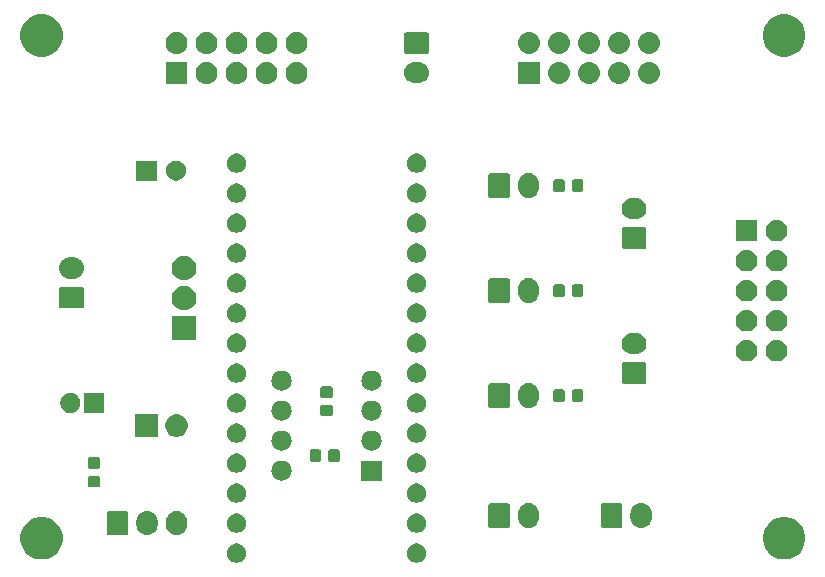
<source format=gbr>
G04 #@! TF.GenerationSoftware,KiCad,Pcbnew,(5.1.2)-2*
G04 #@! TF.CreationDate,2021-07-01T16:30:17+09:00*
G04 #@! TF.ProjectId,stepper_tokutyu,73746570-7065-4725-9f74-6f6b75747975,rev?*
G04 #@! TF.SameCoordinates,Original*
G04 #@! TF.FileFunction,Soldermask,Bot*
G04 #@! TF.FilePolarity,Negative*
%FSLAX46Y46*%
G04 Gerber Fmt 4.6, Leading zero omitted, Abs format (unit mm)*
G04 Created by KiCad (PCBNEW (5.1.2)-2) date 2021-07-01 16:30:17*
%MOMM*%
%LPD*%
G04 APERTURE LIST*
%ADD10C,0.100000*%
G04 APERTURE END LIST*
D10*
G36*
X140572142Y-149078242D02*
G01*
X140720101Y-149139529D01*
X140853255Y-149228499D01*
X140966501Y-149341745D01*
X141055471Y-149474899D01*
X141116758Y-149622858D01*
X141148000Y-149779925D01*
X141148000Y-149940075D01*
X141116758Y-150097142D01*
X141055471Y-150245101D01*
X140966501Y-150378255D01*
X140853255Y-150491501D01*
X140720101Y-150580471D01*
X140572142Y-150641758D01*
X140415075Y-150673000D01*
X140254925Y-150673000D01*
X140097858Y-150641758D01*
X139949899Y-150580471D01*
X139816745Y-150491501D01*
X139703499Y-150378255D01*
X139614529Y-150245101D01*
X139553242Y-150097142D01*
X139522000Y-149940075D01*
X139522000Y-149779925D01*
X139553242Y-149622858D01*
X139614529Y-149474899D01*
X139703499Y-149341745D01*
X139816745Y-149228499D01*
X139949899Y-149139529D01*
X140097858Y-149078242D01*
X140254925Y-149047000D01*
X140415075Y-149047000D01*
X140572142Y-149078242D01*
X140572142Y-149078242D01*
G37*
G36*
X125332142Y-149078242D02*
G01*
X125480101Y-149139529D01*
X125613255Y-149228499D01*
X125726501Y-149341745D01*
X125815471Y-149474899D01*
X125876758Y-149622858D01*
X125908000Y-149779925D01*
X125908000Y-149940075D01*
X125876758Y-150097142D01*
X125815471Y-150245101D01*
X125726501Y-150378255D01*
X125613255Y-150491501D01*
X125480101Y-150580471D01*
X125332142Y-150641758D01*
X125175075Y-150673000D01*
X125014925Y-150673000D01*
X124857858Y-150641758D01*
X124709899Y-150580471D01*
X124576745Y-150491501D01*
X124463499Y-150378255D01*
X124374529Y-150245101D01*
X124313242Y-150097142D01*
X124282000Y-149940075D01*
X124282000Y-149779925D01*
X124313242Y-149622858D01*
X124374529Y-149474899D01*
X124463499Y-149341745D01*
X124576745Y-149228499D01*
X124709899Y-149139529D01*
X124857858Y-149078242D01*
X125014925Y-149047000D01*
X125175075Y-149047000D01*
X125332142Y-149078242D01*
X125332142Y-149078242D01*
G37*
G36*
X171975331Y-146858211D02*
G01*
X172303092Y-146993974D01*
X172598070Y-147191072D01*
X172848928Y-147441930D01*
X173046026Y-147736908D01*
X173181789Y-148064669D01*
X173251000Y-148412616D01*
X173251000Y-148767384D01*
X173181789Y-149115331D01*
X173046026Y-149443092D01*
X172848928Y-149738070D01*
X172598070Y-149988928D01*
X172303092Y-150186026D01*
X171975331Y-150321789D01*
X171627384Y-150391000D01*
X171272616Y-150391000D01*
X170924669Y-150321789D01*
X170596908Y-150186026D01*
X170301930Y-149988928D01*
X170051072Y-149738070D01*
X169853974Y-149443092D01*
X169718211Y-149115331D01*
X169649000Y-148767384D01*
X169649000Y-148412616D01*
X169718211Y-148064669D01*
X169853974Y-147736908D01*
X170051072Y-147441930D01*
X170301930Y-147191072D01*
X170596908Y-146993974D01*
X170924669Y-146858211D01*
X171272616Y-146789000D01*
X171627384Y-146789000D01*
X171975331Y-146858211D01*
X171975331Y-146858211D01*
G37*
G36*
X109110331Y-146858211D02*
G01*
X109438092Y-146993974D01*
X109733070Y-147191072D01*
X109983928Y-147441930D01*
X110181026Y-147736908D01*
X110316789Y-148064669D01*
X110386000Y-148412616D01*
X110386000Y-148767384D01*
X110316789Y-149115331D01*
X110181026Y-149443092D01*
X109983928Y-149738070D01*
X109733070Y-149988928D01*
X109438092Y-150186026D01*
X109110331Y-150321789D01*
X108762384Y-150391000D01*
X108407616Y-150391000D01*
X108059669Y-150321789D01*
X107731908Y-150186026D01*
X107436930Y-149988928D01*
X107186072Y-149738070D01*
X106988974Y-149443092D01*
X106853211Y-149115331D01*
X106784000Y-148767384D01*
X106784000Y-148412616D01*
X106853211Y-148064669D01*
X106988974Y-147736908D01*
X107186072Y-147441930D01*
X107436930Y-147191072D01*
X107731908Y-146993974D01*
X108059669Y-146858211D01*
X108407616Y-146789000D01*
X108762384Y-146789000D01*
X109110331Y-146858211D01*
X109110331Y-146858211D01*
G37*
G36*
X117691626Y-146307037D02*
G01*
X117861465Y-146358557D01*
X117861467Y-146358558D01*
X118017989Y-146442221D01*
X118155186Y-146554814D01*
X118238448Y-146656271D01*
X118267778Y-146692009D01*
X118267779Y-146692011D01*
X118326433Y-146801743D01*
X118351443Y-146848534D01*
X118402963Y-147018373D01*
X118416000Y-147150742D01*
X118416000Y-147489257D01*
X118402963Y-147621626D01*
X118351443Y-147791466D01*
X118267778Y-147947991D01*
X118264897Y-147951501D01*
X118155186Y-148085186D01*
X118060250Y-148163097D01*
X118017991Y-148197778D01*
X117861466Y-148281443D01*
X117691627Y-148332963D01*
X117515000Y-148350359D01*
X117338374Y-148332963D01*
X117168535Y-148281443D01*
X117012010Y-148197778D01*
X116874815Y-148085185D01*
X116762222Y-147947991D01*
X116720390Y-147869729D01*
X116678558Y-147791468D01*
X116663054Y-147740359D01*
X116627037Y-147621627D01*
X116614000Y-147489258D01*
X116614000Y-147150743D01*
X116627037Y-147018374D01*
X116678557Y-146848535D01*
X116762222Y-146692010D01*
X116765103Y-146688499D01*
X116874814Y-146554814D01*
X116976271Y-146471552D01*
X117012009Y-146442222D01*
X117168534Y-146358557D01*
X117338373Y-146307037D01*
X117515000Y-146289641D01*
X117691626Y-146307037D01*
X117691626Y-146307037D01*
G37*
G36*
X120191626Y-146307037D02*
G01*
X120361465Y-146358557D01*
X120361467Y-146358558D01*
X120517989Y-146442221D01*
X120655186Y-146554814D01*
X120738448Y-146656271D01*
X120767778Y-146692009D01*
X120767779Y-146692011D01*
X120826433Y-146801743D01*
X120851443Y-146848534D01*
X120902963Y-147018373D01*
X120916000Y-147150742D01*
X120916000Y-147489257D01*
X120902963Y-147621626D01*
X120851443Y-147791466D01*
X120767778Y-147947991D01*
X120764897Y-147951501D01*
X120655186Y-148085186D01*
X120560250Y-148163097D01*
X120517991Y-148197778D01*
X120361466Y-148281443D01*
X120191627Y-148332963D01*
X120015000Y-148350359D01*
X119838374Y-148332963D01*
X119668535Y-148281443D01*
X119512010Y-148197778D01*
X119374815Y-148085185D01*
X119262222Y-147947991D01*
X119220390Y-147869729D01*
X119178558Y-147791468D01*
X119163054Y-147740359D01*
X119127037Y-147621627D01*
X119114000Y-147489258D01*
X119114000Y-147150743D01*
X119127037Y-147018374D01*
X119178557Y-146848535D01*
X119262222Y-146692010D01*
X119265103Y-146688499D01*
X119374814Y-146554814D01*
X119476271Y-146471552D01*
X119512009Y-146442222D01*
X119668534Y-146358557D01*
X119838373Y-146307037D01*
X120015000Y-146289641D01*
X120191626Y-146307037D01*
X120191626Y-146307037D01*
G37*
G36*
X115773600Y-146297989D02*
G01*
X115806652Y-146308015D01*
X115837103Y-146324292D01*
X115863799Y-146346201D01*
X115885708Y-146372897D01*
X115901985Y-146403348D01*
X115912011Y-146436400D01*
X115916000Y-146476903D01*
X115916000Y-148163097D01*
X115912011Y-148203600D01*
X115901985Y-148236652D01*
X115885708Y-148267103D01*
X115863799Y-148293799D01*
X115837103Y-148315708D01*
X115806652Y-148331985D01*
X115773600Y-148342011D01*
X115733097Y-148346000D01*
X114296903Y-148346000D01*
X114256400Y-148342011D01*
X114223348Y-148331985D01*
X114192897Y-148315708D01*
X114166201Y-148293799D01*
X114144292Y-148267103D01*
X114128015Y-148236652D01*
X114117989Y-148203600D01*
X114114000Y-148163097D01*
X114114000Y-146476903D01*
X114117989Y-146436400D01*
X114128015Y-146403348D01*
X114144292Y-146372897D01*
X114166201Y-146346201D01*
X114192897Y-146324292D01*
X114223348Y-146308015D01*
X114256400Y-146297989D01*
X114296903Y-146294000D01*
X115733097Y-146294000D01*
X115773600Y-146297989D01*
X115773600Y-146297989D01*
G37*
G36*
X125332142Y-146538242D02*
G01*
X125480101Y-146599529D01*
X125613255Y-146688499D01*
X125726501Y-146801745D01*
X125815471Y-146934899D01*
X125876758Y-147082858D01*
X125908000Y-147239925D01*
X125908000Y-147400075D01*
X125876758Y-147557142D01*
X125815471Y-147705101D01*
X125726501Y-147838255D01*
X125613255Y-147951501D01*
X125480101Y-148040471D01*
X125332142Y-148101758D01*
X125175075Y-148133000D01*
X125014925Y-148133000D01*
X124857858Y-148101758D01*
X124709899Y-148040471D01*
X124576745Y-147951501D01*
X124463499Y-147838255D01*
X124374529Y-147705101D01*
X124313242Y-147557142D01*
X124282000Y-147400075D01*
X124282000Y-147239925D01*
X124313242Y-147082858D01*
X124374529Y-146934899D01*
X124463499Y-146801745D01*
X124576745Y-146688499D01*
X124709899Y-146599529D01*
X124857858Y-146538242D01*
X125014925Y-146507000D01*
X125175075Y-146507000D01*
X125332142Y-146538242D01*
X125332142Y-146538242D01*
G37*
G36*
X140572142Y-146538242D02*
G01*
X140720101Y-146599529D01*
X140853255Y-146688499D01*
X140966501Y-146801745D01*
X141055471Y-146934899D01*
X141116758Y-147082858D01*
X141148000Y-147239925D01*
X141148000Y-147400075D01*
X141116758Y-147557142D01*
X141055471Y-147705101D01*
X140966501Y-147838255D01*
X140853255Y-147951501D01*
X140720101Y-148040471D01*
X140572142Y-148101758D01*
X140415075Y-148133000D01*
X140254925Y-148133000D01*
X140097858Y-148101758D01*
X139949899Y-148040471D01*
X139816745Y-147951501D01*
X139703499Y-147838255D01*
X139614529Y-147705101D01*
X139553242Y-147557142D01*
X139522000Y-147400075D01*
X139522000Y-147239925D01*
X139553242Y-147082858D01*
X139614529Y-146934899D01*
X139703499Y-146801745D01*
X139816745Y-146688499D01*
X139949899Y-146599529D01*
X140097858Y-146538242D01*
X140254925Y-146507000D01*
X140415075Y-146507000D01*
X140572142Y-146538242D01*
X140572142Y-146538242D01*
G37*
G36*
X159521626Y-145647037D02*
G01*
X159691465Y-145698557D01*
X159691467Y-145698558D01*
X159847989Y-145782221D01*
X159985186Y-145894814D01*
X160068448Y-145996271D01*
X160097778Y-146032009D01*
X160181443Y-146188534D01*
X160232963Y-146358373D01*
X160246000Y-146490742D01*
X160246000Y-146879257D01*
X160232963Y-147011626D01*
X160181443Y-147181466D01*
X160097778Y-147337991D01*
X160068448Y-147373729D01*
X159985186Y-147475186D01*
X159890250Y-147553097D01*
X159847991Y-147587778D01*
X159691466Y-147671443D01*
X159521627Y-147722963D01*
X159345000Y-147740359D01*
X159168374Y-147722963D01*
X158998535Y-147671443D01*
X158842010Y-147587778D01*
X158704815Y-147475185D01*
X158592222Y-147337991D01*
X158539804Y-147239925D01*
X158508558Y-147181468D01*
X158508557Y-147181466D01*
X158457037Y-147011627D01*
X158444000Y-146879258D01*
X158444000Y-146490743D01*
X158457037Y-146358374D01*
X158508557Y-146188535D01*
X158592222Y-146032010D01*
X158592223Y-146032009D01*
X158704814Y-145894814D01*
X158806271Y-145811552D01*
X158842009Y-145782222D01*
X158998534Y-145698557D01*
X159168373Y-145647037D01*
X159345000Y-145629641D01*
X159521626Y-145647037D01*
X159521626Y-145647037D01*
G37*
G36*
X149996626Y-145647037D02*
G01*
X150166465Y-145698557D01*
X150166467Y-145698558D01*
X150322989Y-145782221D01*
X150460186Y-145894814D01*
X150543448Y-145996271D01*
X150572778Y-146032009D01*
X150656443Y-146188534D01*
X150707963Y-146358373D01*
X150721000Y-146490742D01*
X150721000Y-146879257D01*
X150707963Y-147011626D01*
X150656443Y-147181466D01*
X150572778Y-147337991D01*
X150543448Y-147373729D01*
X150460186Y-147475186D01*
X150365250Y-147553097D01*
X150322991Y-147587778D01*
X150166466Y-147671443D01*
X149996627Y-147722963D01*
X149820000Y-147740359D01*
X149643374Y-147722963D01*
X149473535Y-147671443D01*
X149317010Y-147587778D01*
X149179815Y-147475185D01*
X149067222Y-147337991D01*
X149014804Y-147239925D01*
X148983558Y-147181468D01*
X148983557Y-147181466D01*
X148932037Y-147011627D01*
X148919000Y-146879258D01*
X148919000Y-146490743D01*
X148932037Y-146358374D01*
X148983557Y-146188535D01*
X149067222Y-146032010D01*
X149067223Y-146032009D01*
X149179814Y-145894814D01*
X149281271Y-145811552D01*
X149317009Y-145782222D01*
X149473534Y-145698557D01*
X149643373Y-145647037D01*
X149820000Y-145629641D01*
X149996626Y-145647037D01*
X149996626Y-145647037D01*
G37*
G36*
X157603600Y-145637989D02*
G01*
X157636652Y-145648015D01*
X157667103Y-145664292D01*
X157693799Y-145686201D01*
X157715708Y-145712897D01*
X157731985Y-145743348D01*
X157742011Y-145776400D01*
X157746000Y-145816903D01*
X157746000Y-147553097D01*
X157742011Y-147593600D01*
X157731985Y-147626652D01*
X157715708Y-147657103D01*
X157693799Y-147683799D01*
X157667103Y-147705708D01*
X157636652Y-147721985D01*
X157603600Y-147732011D01*
X157563097Y-147736000D01*
X156126903Y-147736000D01*
X156086400Y-147732011D01*
X156053348Y-147721985D01*
X156022897Y-147705708D01*
X155996201Y-147683799D01*
X155974292Y-147657103D01*
X155958015Y-147626652D01*
X155947989Y-147593600D01*
X155944000Y-147553097D01*
X155944000Y-145816903D01*
X155947989Y-145776400D01*
X155958015Y-145743348D01*
X155974292Y-145712897D01*
X155996201Y-145686201D01*
X156022897Y-145664292D01*
X156053348Y-145648015D01*
X156086400Y-145637989D01*
X156126903Y-145634000D01*
X157563097Y-145634000D01*
X157603600Y-145637989D01*
X157603600Y-145637989D01*
G37*
G36*
X148078600Y-145637989D02*
G01*
X148111652Y-145648015D01*
X148142103Y-145664292D01*
X148168799Y-145686201D01*
X148190708Y-145712897D01*
X148206985Y-145743348D01*
X148217011Y-145776400D01*
X148221000Y-145816903D01*
X148221000Y-147553097D01*
X148217011Y-147593600D01*
X148206985Y-147626652D01*
X148190708Y-147657103D01*
X148168799Y-147683799D01*
X148142103Y-147705708D01*
X148111652Y-147721985D01*
X148078600Y-147732011D01*
X148038097Y-147736000D01*
X146601903Y-147736000D01*
X146561400Y-147732011D01*
X146528348Y-147721985D01*
X146497897Y-147705708D01*
X146471201Y-147683799D01*
X146449292Y-147657103D01*
X146433015Y-147626652D01*
X146422989Y-147593600D01*
X146419000Y-147553097D01*
X146419000Y-145816903D01*
X146422989Y-145776400D01*
X146433015Y-145743348D01*
X146449292Y-145712897D01*
X146471201Y-145686201D01*
X146497897Y-145664292D01*
X146528348Y-145648015D01*
X146561400Y-145637989D01*
X146601903Y-145634000D01*
X148038097Y-145634000D01*
X148078600Y-145637989D01*
X148078600Y-145637989D01*
G37*
G36*
X140572142Y-143998242D02*
G01*
X140720101Y-144059529D01*
X140853255Y-144148499D01*
X140966501Y-144261745D01*
X141055471Y-144394899D01*
X141116758Y-144542858D01*
X141148000Y-144699925D01*
X141148000Y-144860075D01*
X141116758Y-145017142D01*
X141055471Y-145165101D01*
X140966501Y-145298255D01*
X140853255Y-145411501D01*
X140720101Y-145500471D01*
X140572142Y-145561758D01*
X140415075Y-145593000D01*
X140254925Y-145593000D01*
X140097858Y-145561758D01*
X139949899Y-145500471D01*
X139816745Y-145411501D01*
X139703499Y-145298255D01*
X139614529Y-145165101D01*
X139553242Y-145017142D01*
X139522000Y-144860075D01*
X139522000Y-144699925D01*
X139553242Y-144542858D01*
X139614529Y-144394899D01*
X139703499Y-144261745D01*
X139816745Y-144148499D01*
X139949899Y-144059529D01*
X140097858Y-143998242D01*
X140254925Y-143967000D01*
X140415075Y-143967000D01*
X140572142Y-143998242D01*
X140572142Y-143998242D01*
G37*
G36*
X125332142Y-143998242D02*
G01*
X125480101Y-144059529D01*
X125613255Y-144148499D01*
X125726501Y-144261745D01*
X125815471Y-144394899D01*
X125876758Y-144542858D01*
X125908000Y-144699925D01*
X125908000Y-144860075D01*
X125876758Y-145017142D01*
X125815471Y-145165101D01*
X125726501Y-145298255D01*
X125613255Y-145411501D01*
X125480101Y-145500471D01*
X125332142Y-145561758D01*
X125175075Y-145593000D01*
X125014925Y-145593000D01*
X124857858Y-145561758D01*
X124709899Y-145500471D01*
X124576745Y-145411501D01*
X124463499Y-145298255D01*
X124374529Y-145165101D01*
X124313242Y-145017142D01*
X124282000Y-144860075D01*
X124282000Y-144699925D01*
X124313242Y-144542858D01*
X124374529Y-144394899D01*
X124463499Y-144261745D01*
X124576745Y-144148499D01*
X124709899Y-144059529D01*
X124857858Y-143998242D01*
X125014925Y-143967000D01*
X125175075Y-143967000D01*
X125332142Y-143998242D01*
X125332142Y-143998242D01*
G37*
G36*
X113409591Y-143331085D02*
G01*
X113443569Y-143341393D01*
X113474890Y-143358134D01*
X113502339Y-143380661D01*
X113524866Y-143408110D01*
X113541607Y-143439431D01*
X113551915Y-143473409D01*
X113556000Y-143514890D01*
X113556000Y-144116110D01*
X113551915Y-144157591D01*
X113541607Y-144191569D01*
X113524866Y-144222890D01*
X113502339Y-144250339D01*
X113474890Y-144272866D01*
X113443569Y-144289607D01*
X113409591Y-144299915D01*
X113368110Y-144304000D01*
X112691890Y-144304000D01*
X112650409Y-144299915D01*
X112616431Y-144289607D01*
X112585110Y-144272866D01*
X112557661Y-144250339D01*
X112535134Y-144222890D01*
X112518393Y-144191569D01*
X112508085Y-144157591D01*
X112504000Y-144116110D01*
X112504000Y-143514890D01*
X112508085Y-143473409D01*
X112518393Y-143439431D01*
X112535134Y-143408110D01*
X112557661Y-143380661D01*
X112585110Y-143358134D01*
X112616431Y-143341393D01*
X112650409Y-143331085D01*
X112691890Y-143327000D01*
X113368110Y-143327000D01*
X113409591Y-143331085D01*
X113409591Y-143331085D01*
G37*
G36*
X129071823Y-142036313D02*
G01*
X129232242Y-142084976D01*
X129364906Y-142155886D01*
X129380078Y-142163996D01*
X129509659Y-142270341D01*
X129616004Y-142399922D01*
X129616005Y-142399924D01*
X129695024Y-142547758D01*
X129743687Y-142708177D01*
X129760117Y-142875000D01*
X129743687Y-143041823D01*
X129695024Y-143202242D01*
X129628339Y-143327000D01*
X129616004Y-143350078D01*
X129509659Y-143479659D01*
X129380078Y-143586004D01*
X129380076Y-143586005D01*
X129232242Y-143665024D01*
X129071823Y-143713687D01*
X128946804Y-143726000D01*
X128863196Y-143726000D01*
X128738177Y-143713687D01*
X128577758Y-143665024D01*
X128429924Y-143586005D01*
X128429922Y-143586004D01*
X128300341Y-143479659D01*
X128193996Y-143350078D01*
X128181661Y-143327000D01*
X128114976Y-143202242D01*
X128066313Y-143041823D01*
X128049883Y-142875000D01*
X128066313Y-142708177D01*
X128114976Y-142547758D01*
X128193995Y-142399924D01*
X128193996Y-142399922D01*
X128300341Y-142270341D01*
X128429922Y-142163996D01*
X128445094Y-142155886D01*
X128577758Y-142084976D01*
X128738177Y-142036313D01*
X128863196Y-142024000D01*
X128946804Y-142024000D01*
X129071823Y-142036313D01*
X129071823Y-142036313D01*
G37*
G36*
X137376000Y-143726000D02*
G01*
X135674000Y-143726000D01*
X135674000Y-142024000D01*
X137376000Y-142024000D01*
X137376000Y-143726000D01*
X137376000Y-143726000D01*
G37*
G36*
X140572142Y-141458242D02*
G01*
X140720101Y-141519529D01*
X140853255Y-141608499D01*
X140966501Y-141721745D01*
X141055471Y-141854899D01*
X141116758Y-142002858D01*
X141148000Y-142159925D01*
X141148000Y-142320075D01*
X141116758Y-142477142D01*
X141055471Y-142625101D01*
X140966501Y-142758255D01*
X140853255Y-142871501D01*
X140720101Y-142960471D01*
X140572142Y-143021758D01*
X140415075Y-143053000D01*
X140254925Y-143053000D01*
X140097858Y-143021758D01*
X139949899Y-142960471D01*
X139816745Y-142871501D01*
X139703499Y-142758255D01*
X139614529Y-142625101D01*
X139553242Y-142477142D01*
X139522000Y-142320075D01*
X139522000Y-142159925D01*
X139553242Y-142002858D01*
X139614529Y-141854899D01*
X139703499Y-141721745D01*
X139816745Y-141608499D01*
X139949899Y-141519529D01*
X140097858Y-141458242D01*
X140254925Y-141427000D01*
X140415075Y-141427000D01*
X140572142Y-141458242D01*
X140572142Y-141458242D01*
G37*
G36*
X125332142Y-141458242D02*
G01*
X125480101Y-141519529D01*
X125613255Y-141608499D01*
X125726501Y-141721745D01*
X125815471Y-141854899D01*
X125876758Y-142002858D01*
X125908000Y-142159925D01*
X125908000Y-142320075D01*
X125876758Y-142477142D01*
X125815471Y-142625101D01*
X125726501Y-142758255D01*
X125613255Y-142871501D01*
X125480101Y-142960471D01*
X125332142Y-143021758D01*
X125175075Y-143053000D01*
X125014925Y-143053000D01*
X124857858Y-143021758D01*
X124709899Y-142960471D01*
X124576745Y-142871501D01*
X124463499Y-142758255D01*
X124374529Y-142625101D01*
X124313242Y-142477142D01*
X124282000Y-142320075D01*
X124282000Y-142159925D01*
X124313242Y-142002858D01*
X124374529Y-141854899D01*
X124463499Y-141721745D01*
X124576745Y-141608499D01*
X124709899Y-141519529D01*
X124857858Y-141458242D01*
X125014925Y-141427000D01*
X125175075Y-141427000D01*
X125332142Y-141458242D01*
X125332142Y-141458242D01*
G37*
G36*
X113409591Y-141756085D02*
G01*
X113443569Y-141766393D01*
X113474890Y-141783134D01*
X113502339Y-141805661D01*
X113524866Y-141833110D01*
X113541607Y-141864431D01*
X113551915Y-141898409D01*
X113556000Y-141939890D01*
X113556000Y-142541110D01*
X113551915Y-142582591D01*
X113541607Y-142616569D01*
X113524866Y-142647890D01*
X113502339Y-142675339D01*
X113474890Y-142697866D01*
X113443569Y-142714607D01*
X113409591Y-142724915D01*
X113368110Y-142729000D01*
X112691890Y-142729000D01*
X112650409Y-142724915D01*
X112616431Y-142714607D01*
X112585110Y-142697866D01*
X112557661Y-142675339D01*
X112535134Y-142647890D01*
X112518393Y-142616569D01*
X112508085Y-142582591D01*
X112504000Y-142541110D01*
X112504000Y-141939890D01*
X112508085Y-141898409D01*
X112518393Y-141864431D01*
X112535134Y-141833110D01*
X112557661Y-141805661D01*
X112585110Y-141783134D01*
X112616431Y-141766393D01*
X112650409Y-141756085D01*
X112691890Y-141752000D01*
X113368110Y-141752000D01*
X113409591Y-141756085D01*
X113409591Y-141756085D01*
G37*
G36*
X133691591Y-141083085D02*
G01*
X133725569Y-141093393D01*
X133756890Y-141110134D01*
X133784339Y-141132661D01*
X133806866Y-141160110D01*
X133823607Y-141191431D01*
X133833915Y-141225409D01*
X133838000Y-141266890D01*
X133838000Y-141943110D01*
X133833915Y-141984591D01*
X133823607Y-142018569D01*
X133806866Y-142049890D01*
X133784339Y-142077339D01*
X133756890Y-142099866D01*
X133725569Y-142116607D01*
X133691591Y-142126915D01*
X133650110Y-142131000D01*
X133048890Y-142131000D01*
X133007409Y-142126915D01*
X132973431Y-142116607D01*
X132942110Y-142099866D01*
X132914661Y-142077339D01*
X132892134Y-142049890D01*
X132875393Y-142018569D01*
X132865085Y-141984591D01*
X132861000Y-141943110D01*
X132861000Y-141266890D01*
X132865085Y-141225409D01*
X132875393Y-141191431D01*
X132892134Y-141160110D01*
X132914661Y-141132661D01*
X132942110Y-141110134D01*
X132973431Y-141093393D01*
X133007409Y-141083085D01*
X133048890Y-141079000D01*
X133650110Y-141079000D01*
X133691591Y-141083085D01*
X133691591Y-141083085D01*
G37*
G36*
X132116591Y-141083085D02*
G01*
X132150569Y-141093393D01*
X132181890Y-141110134D01*
X132209339Y-141132661D01*
X132231866Y-141160110D01*
X132248607Y-141191431D01*
X132258915Y-141225409D01*
X132263000Y-141266890D01*
X132263000Y-141943110D01*
X132258915Y-141984591D01*
X132248607Y-142018569D01*
X132231866Y-142049890D01*
X132209339Y-142077339D01*
X132181890Y-142099866D01*
X132150569Y-142116607D01*
X132116591Y-142126915D01*
X132075110Y-142131000D01*
X131473890Y-142131000D01*
X131432409Y-142126915D01*
X131398431Y-142116607D01*
X131367110Y-142099866D01*
X131339661Y-142077339D01*
X131317134Y-142049890D01*
X131300393Y-142018569D01*
X131290085Y-141984591D01*
X131286000Y-141943110D01*
X131286000Y-141266890D01*
X131290085Y-141225409D01*
X131300393Y-141191431D01*
X131317134Y-141160110D01*
X131339661Y-141132661D01*
X131367110Y-141110134D01*
X131398431Y-141093393D01*
X131432409Y-141083085D01*
X131473890Y-141079000D01*
X132075110Y-141079000D01*
X132116591Y-141083085D01*
X132116591Y-141083085D01*
G37*
G36*
X136691823Y-139496313D02*
G01*
X136852242Y-139544976D01*
X136984906Y-139615886D01*
X137000078Y-139623996D01*
X137129659Y-139730341D01*
X137236004Y-139859922D01*
X137236005Y-139859924D01*
X137315024Y-140007758D01*
X137363687Y-140168177D01*
X137380117Y-140335000D01*
X137363687Y-140501823D01*
X137315024Y-140662242D01*
X137244114Y-140794906D01*
X137236004Y-140810078D01*
X137129659Y-140939659D01*
X137000078Y-141046004D01*
X137000076Y-141046005D01*
X136852242Y-141125024D01*
X136691823Y-141173687D01*
X136566804Y-141186000D01*
X136483196Y-141186000D01*
X136358177Y-141173687D01*
X136197758Y-141125024D01*
X136049924Y-141046005D01*
X136049922Y-141046004D01*
X135920341Y-140939659D01*
X135813996Y-140810078D01*
X135805886Y-140794906D01*
X135734976Y-140662242D01*
X135686313Y-140501823D01*
X135669883Y-140335000D01*
X135686313Y-140168177D01*
X135734976Y-140007758D01*
X135813995Y-139859924D01*
X135813996Y-139859922D01*
X135920341Y-139730341D01*
X136049922Y-139623996D01*
X136065094Y-139615886D01*
X136197758Y-139544976D01*
X136358177Y-139496313D01*
X136483196Y-139484000D01*
X136566804Y-139484000D01*
X136691823Y-139496313D01*
X136691823Y-139496313D01*
G37*
G36*
X129071823Y-139496313D02*
G01*
X129232242Y-139544976D01*
X129364906Y-139615886D01*
X129380078Y-139623996D01*
X129509659Y-139730341D01*
X129616004Y-139859922D01*
X129616005Y-139859924D01*
X129695024Y-140007758D01*
X129743687Y-140168177D01*
X129760117Y-140335000D01*
X129743687Y-140501823D01*
X129695024Y-140662242D01*
X129624114Y-140794906D01*
X129616004Y-140810078D01*
X129509659Y-140939659D01*
X129380078Y-141046004D01*
X129380076Y-141046005D01*
X129232242Y-141125024D01*
X129071823Y-141173687D01*
X128946804Y-141186000D01*
X128863196Y-141186000D01*
X128738177Y-141173687D01*
X128577758Y-141125024D01*
X128429924Y-141046005D01*
X128429922Y-141046004D01*
X128300341Y-140939659D01*
X128193996Y-140810078D01*
X128185886Y-140794906D01*
X128114976Y-140662242D01*
X128066313Y-140501823D01*
X128049883Y-140335000D01*
X128066313Y-140168177D01*
X128114976Y-140007758D01*
X128193995Y-139859924D01*
X128193996Y-139859922D01*
X128300341Y-139730341D01*
X128429922Y-139623996D01*
X128445094Y-139615886D01*
X128577758Y-139544976D01*
X128738177Y-139496313D01*
X128863196Y-139484000D01*
X128946804Y-139484000D01*
X129071823Y-139496313D01*
X129071823Y-139496313D01*
G37*
G36*
X140572142Y-138918242D02*
G01*
X140720101Y-138979529D01*
X140853255Y-139068499D01*
X140966501Y-139181745D01*
X141055471Y-139314899D01*
X141116758Y-139462858D01*
X141148000Y-139619925D01*
X141148000Y-139780075D01*
X141116758Y-139937142D01*
X141055471Y-140085101D01*
X140966501Y-140218255D01*
X140853255Y-140331501D01*
X140720101Y-140420471D01*
X140572142Y-140481758D01*
X140415075Y-140513000D01*
X140254925Y-140513000D01*
X140097858Y-140481758D01*
X139949899Y-140420471D01*
X139816745Y-140331501D01*
X139703499Y-140218255D01*
X139614529Y-140085101D01*
X139553242Y-139937142D01*
X139522000Y-139780075D01*
X139522000Y-139619925D01*
X139553242Y-139462858D01*
X139614529Y-139314899D01*
X139703499Y-139181745D01*
X139816745Y-139068499D01*
X139949899Y-138979529D01*
X140097858Y-138918242D01*
X140254925Y-138887000D01*
X140415075Y-138887000D01*
X140572142Y-138918242D01*
X140572142Y-138918242D01*
G37*
G36*
X125332142Y-138918242D02*
G01*
X125480101Y-138979529D01*
X125613255Y-139068499D01*
X125726501Y-139181745D01*
X125815471Y-139314899D01*
X125876758Y-139462858D01*
X125908000Y-139619925D01*
X125908000Y-139780075D01*
X125876758Y-139937142D01*
X125815471Y-140085101D01*
X125726501Y-140218255D01*
X125613255Y-140331501D01*
X125480101Y-140420471D01*
X125332142Y-140481758D01*
X125175075Y-140513000D01*
X125014925Y-140513000D01*
X124857858Y-140481758D01*
X124709899Y-140420471D01*
X124576745Y-140331501D01*
X124463499Y-140218255D01*
X124374529Y-140085101D01*
X124313242Y-139937142D01*
X124282000Y-139780075D01*
X124282000Y-139619925D01*
X124313242Y-139462858D01*
X124374529Y-139314899D01*
X124463499Y-139181745D01*
X124576745Y-139068499D01*
X124709899Y-138979529D01*
X124857858Y-138918242D01*
X125014925Y-138887000D01*
X125175075Y-138887000D01*
X125332142Y-138918242D01*
X125332142Y-138918242D01*
G37*
G36*
X118426000Y-140016000D02*
G01*
X116524000Y-140016000D01*
X116524000Y-138114000D01*
X118426000Y-138114000D01*
X118426000Y-140016000D01*
X118426000Y-140016000D01*
G37*
G36*
X120292395Y-138150546D02*
G01*
X120465466Y-138222234D01*
X120537069Y-138270078D01*
X120621227Y-138326310D01*
X120753690Y-138458773D01*
X120785249Y-138506005D01*
X120857766Y-138614534D01*
X120929454Y-138787605D01*
X120966000Y-138971333D01*
X120966000Y-139158667D01*
X120929454Y-139342395D01*
X120857766Y-139515466D01*
X120838048Y-139544976D01*
X120753690Y-139671227D01*
X120621227Y-139803690D01*
X120542818Y-139856081D01*
X120465466Y-139907766D01*
X120292395Y-139979454D01*
X120108667Y-140016000D01*
X119921333Y-140016000D01*
X119737605Y-139979454D01*
X119564534Y-139907766D01*
X119487182Y-139856081D01*
X119408773Y-139803690D01*
X119276310Y-139671227D01*
X119191952Y-139544976D01*
X119172234Y-139515466D01*
X119100546Y-139342395D01*
X119064000Y-139158667D01*
X119064000Y-138971333D01*
X119100546Y-138787605D01*
X119172234Y-138614534D01*
X119244751Y-138506005D01*
X119276310Y-138458773D01*
X119408773Y-138326310D01*
X119492931Y-138270078D01*
X119564534Y-138222234D01*
X119737605Y-138150546D01*
X119921333Y-138114000D01*
X120108667Y-138114000D01*
X120292395Y-138150546D01*
X120292395Y-138150546D01*
G37*
G36*
X136691823Y-136956313D02*
G01*
X136852242Y-137004976D01*
X136984906Y-137075886D01*
X137000078Y-137083996D01*
X137129659Y-137190341D01*
X137236004Y-137319922D01*
X137236005Y-137319924D01*
X137315024Y-137467758D01*
X137363687Y-137628177D01*
X137380117Y-137795000D01*
X137363687Y-137961823D01*
X137315024Y-138122242D01*
X137257245Y-138230339D01*
X137236004Y-138270078D01*
X137129659Y-138399659D01*
X137000078Y-138506004D01*
X137000076Y-138506005D01*
X136852242Y-138585024D01*
X136691823Y-138633687D01*
X136566804Y-138646000D01*
X136483196Y-138646000D01*
X136358177Y-138633687D01*
X136197758Y-138585024D01*
X136049924Y-138506005D01*
X136049922Y-138506004D01*
X135920341Y-138399659D01*
X135813996Y-138270078D01*
X135792755Y-138230339D01*
X135734976Y-138122242D01*
X135686313Y-137961823D01*
X135669883Y-137795000D01*
X135686313Y-137628177D01*
X135734976Y-137467758D01*
X135813995Y-137319924D01*
X135813996Y-137319922D01*
X135920341Y-137190341D01*
X136049922Y-137083996D01*
X136065094Y-137075886D01*
X136197758Y-137004976D01*
X136358177Y-136956313D01*
X136483196Y-136944000D01*
X136566804Y-136944000D01*
X136691823Y-136956313D01*
X136691823Y-136956313D01*
G37*
G36*
X129071823Y-136956313D02*
G01*
X129232242Y-137004976D01*
X129364906Y-137075886D01*
X129380078Y-137083996D01*
X129509659Y-137190341D01*
X129616004Y-137319922D01*
X129616005Y-137319924D01*
X129695024Y-137467758D01*
X129743687Y-137628177D01*
X129760117Y-137795000D01*
X129743687Y-137961823D01*
X129695024Y-138122242D01*
X129637245Y-138230339D01*
X129616004Y-138270078D01*
X129509659Y-138399659D01*
X129380078Y-138506004D01*
X129380076Y-138506005D01*
X129232242Y-138585024D01*
X129071823Y-138633687D01*
X128946804Y-138646000D01*
X128863196Y-138646000D01*
X128738177Y-138633687D01*
X128577758Y-138585024D01*
X128429924Y-138506005D01*
X128429922Y-138506004D01*
X128300341Y-138399659D01*
X128193996Y-138270078D01*
X128172755Y-138230339D01*
X128114976Y-138122242D01*
X128066313Y-137961823D01*
X128049883Y-137795000D01*
X128066313Y-137628177D01*
X128114976Y-137467758D01*
X128193995Y-137319924D01*
X128193996Y-137319922D01*
X128300341Y-137190341D01*
X128429922Y-137083996D01*
X128445094Y-137075886D01*
X128577758Y-137004976D01*
X128738177Y-136956313D01*
X128863196Y-136944000D01*
X128946804Y-136944000D01*
X129071823Y-136956313D01*
X129071823Y-136956313D01*
G37*
G36*
X133094591Y-137311085D02*
G01*
X133128569Y-137321393D01*
X133159890Y-137338134D01*
X133187339Y-137360661D01*
X133209866Y-137388110D01*
X133226607Y-137419431D01*
X133236915Y-137453409D01*
X133241000Y-137494890D01*
X133241000Y-138096110D01*
X133236915Y-138137591D01*
X133226607Y-138171569D01*
X133209866Y-138202890D01*
X133187339Y-138230339D01*
X133159890Y-138252866D01*
X133128569Y-138269607D01*
X133094591Y-138279915D01*
X133053110Y-138284000D01*
X132376890Y-138284000D01*
X132335409Y-138279915D01*
X132301431Y-138269607D01*
X132270110Y-138252866D01*
X132242661Y-138230339D01*
X132220134Y-138202890D01*
X132203393Y-138171569D01*
X132193085Y-138137591D01*
X132189000Y-138096110D01*
X132189000Y-137494890D01*
X132193085Y-137453409D01*
X132203393Y-137419431D01*
X132220134Y-137388110D01*
X132242661Y-137360661D01*
X132270110Y-137338134D01*
X132301431Y-137321393D01*
X132335409Y-137311085D01*
X132376890Y-137307000D01*
X133053110Y-137307000D01*
X133094591Y-137311085D01*
X133094591Y-137311085D01*
G37*
G36*
X113881000Y-138011000D02*
G01*
X112179000Y-138011000D01*
X112179000Y-136309000D01*
X113881000Y-136309000D01*
X113881000Y-138011000D01*
X113881000Y-138011000D01*
G37*
G36*
X111278228Y-136341703D02*
G01*
X111433100Y-136405853D01*
X111572481Y-136498985D01*
X111691015Y-136617519D01*
X111784147Y-136756900D01*
X111848297Y-136911772D01*
X111881000Y-137076184D01*
X111881000Y-137243816D01*
X111848297Y-137408228D01*
X111784147Y-137563100D01*
X111691015Y-137702481D01*
X111572481Y-137821015D01*
X111433100Y-137914147D01*
X111278228Y-137978297D01*
X111113816Y-138011000D01*
X110946184Y-138011000D01*
X110781772Y-137978297D01*
X110626900Y-137914147D01*
X110487519Y-137821015D01*
X110368985Y-137702481D01*
X110275853Y-137563100D01*
X110211703Y-137408228D01*
X110179000Y-137243816D01*
X110179000Y-137076184D01*
X110211703Y-136911772D01*
X110275853Y-136756900D01*
X110368985Y-136617519D01*
X110487519Y-136498985D01*
X110626900Y-136405853D01*
X110781772Y-136341703D01*
X110946184Y-136309000D01*
X111113816Y-136309000D01*
X111278228Y-136341703D01*
X111278228Y-136341703D01*
G37*
G36*
X140572142Y-136378242D02*
G01*
X140720101Y-136439529D01*
X140853255Y-136528499D01*
X140966501Y-136641745D01*
X141055471Y-136774899D01*
X141116758Y-136922858D01*
X141148000Y-137079925D01*
X141148000Y-137240075D01*
X141116758Y-137397142D01*
X141055471Y-137545101D01*
X140966501Y-137678255D01*
X140853255Y-137791501D01*
X140720101Y-137880471D01*
X140572142Y-137941758D01*
X140415075Y-137973000D01*
X140254925Y-137973000D01*
X140097858Y-137941758D01*
X139949899Y-137880471D01*
X139816745Y-137791501D01*
X139703499Y-137678255D01*
X139614529Y-137545101D01*
X139553242Y-137397142D01*
X139522000Y-137240075D01*
X139522000Y-137079925D01*
X139553242Y-136922858D01*
X139614529Y-136774899D01*
X139703499Y-136641745D01*
X139816745Y-136528499D01*
X139949899Y-136439529D01*
X140097858Y-136378242D01*
X140254925Y-136347000D01*
X140415075Y-136347000D01*
X140572142Y-136378242D01*
X140572142Y-136378242D01*
G37*
G36*
X125332142Y-136378242D02*
G01*
X125480101Y-136439529D01*
X125613255Y-136528499D01*
X125726501Y-136641745D01*
X125815471Y-136774899D01*
X125876758Y-136922858D01*
X125908000Y-137079925D01*
X125908000Y-137240075D01*
X125876758Y-137397142D01*
X125815471Y-137545101D01*
X125726501Y-137678255D01*
X125613255Y-137791501D01*
X125480101Y-137880471D01*
X125332142Y-137941758D01*
X125175075Y-137973000D01*
X125014925Y-137973000D01*
X124857858Y-137941758D01*
X124709899Y-137880471D01*
X124576745Y-137791501D01*
X124463499Y-137678255D01*
X124374529Y-137545101D01*
X124313242Y-137397142D01*
X124282000Y-137240075D01*
X124282000Y-137079925D01*
X124313242Y-136922858D01*
X124374529Y-136774899D01*
X124463499Y-136641745D01*
X124576745Y-136528499D01*
X124709899Y-136439529D01*
X124857858Y-136378242D01*
X125014925Y-136347000D01*
X125175075Y-136347000D01*
X125332142Y-136378242D01*
X125332142Y-136378242D01*
G37*
G36*
X149996626Y-135487037D02*
G01*
X150166465Y-135538557D01*
X150166467Y-135538558D01*
X150322989Y-135622221D01*
X150460186Y-135734814D01*
X150543448Y-135836271D01*
X150572778Y-135872009D01*
X150656443Y-136028534D01*
X150707963Y-136198373D01*
X150721000Y-136330742D01*
X150721000Y-136719257D01*
X150707963Y-136851626D01*
X150656443Y-137021466D01*
X150572778Y-137177991D01*
X150543448Y-137213729D01*
X150460186Y-137315186D01*
X150365250Y-137393097D01*
X150322991Y-137427778D01*
X150166466Y-137511443D01*
X149996627Y-137562963D01*
X149820000Y-137580359D01*
X149643374Y-137562963D01*
X149473535Y-137511443D01*
X149317010Y-137427778D01*
X149179815Y-137315185D01*
X149067222Y-137177991D01*
X148983557Y-137021466D01*
X148932037Y-136851627D01*
X148919000Y-136719258D01*
X148919000Y-136330743D01*
X148932037Y-136198374D01*
X148983557Y-136028535D01*
X149061465Y-135882780D01*
X149067221Y-135872011D01*
X149179814Y-135734814D01*
X149281271Y-135651552D01*
X149317009Y-135622222D01*
X149473534Y-135538557D01*
X149643373Y-135487037D01*
X149820000Y-135469641D01*
X149996626Y-135487037D01*
X149996626Y-135487037D01*
G37*
G36*
X148078600Y-135477989D02*
G01*
X148111652Y-135488015D01*
X148142103Y-135504292D01*
X148168799Y-135526201D01*
X148190708Y-135552897D01*
X148206985Y-135583348D01*
X148217011Y-135616400D01*
X148221000Y-135656903D01*
X148221000Y-137393097D01*
X148217011Y-137433600D01*
X148206985Y-137466652D01*
X148190708Y-137497103D01*
X148168799Y-137523799D01*
X148142103Y-137545708D01*
X148111652Y-137561985D01*
X148078600Y-137572011D01*
X148038097Y-137576000D01*
X146601903Y-137576000D01*
X146561400Y-137572011D01*
X146528348Y-137561985D01*
X146497897Y-137545708D01*
X146471201Y-137523799D01*
X146449292Y-137497103D01*
X146433015Y-137466652D01*
X146422989Y-137433600D01*
X146419000Y-137393097D01*
X146419000Y-135656903D01*
X146422989Y-135616400D01*
X146433015Y-135583348D01*
X146449292Y-135552897D01*
X146471201Y-135526201D01*
X146497897Y-135504292D01*
X146528348Y-135488015D01*
X146561400Y-135477989D01*
X146601903Y-135474000D01*
X148038097Y-135474000D01*
X148078600Y-135477989D01*
X148078600Y-135477989D01*
G37*
G36*
X152742591Y-136003085D02*
G01*
X152776569Y-136013393D01*
X152807890Y-136030134D01*
X152835339Y-136052661D01*
X152857866Y-136080110D01*
X152874607Y-136111431D01*
X152884915Y-136145409D01*
X152889000Y-136186890D01*
X152889000Y-136863110D01*
X152884915Y-136904591D01*
X152874607Y-136938569D01*
X152857866Y-136969890D01*
X152835339Y-136997339D01*
X152807890Y-137019866D01*
X152776569Y-137036607D01*
X152742591Y-137046915D01*
X152701110Y-137051000D01*
X152099890Y-137051000D01*
X152058409Y-137046915D01*
X152024431Y-137036607D01*
X151993110Y-137019866D01*
X151965661Y-136997339D01*
X151943134Y-136969890D01*
X151926393Y-136938569D01*
X151916085Y-136904591D01*
X151912000Y-136863110D01*
X151912000Y-136186890D01*
X151916085Y-136145409D01*
X151926393Y-136111431D01*
X151943134Y-136080110D01*
X151965661Y-136052661D01*
X151993110Y-136030134D01*
X152024431Y-136013393D01*
X152058409Y-136003085D01*
X152099890Y-135999000D01*
X152701110Y-135999000D01*
X152742591Y-136003085D01*
X152742591Y-136003085D01*
G37*
G36*
X154317591Y-136003085D02*
G01*
X154351569Y-136013393D01*
X154382890Y-136030134D01*
X154410339Y-136052661D01*
X154432866Y-136080110D01*
X154449607Y-136111431D01*
X154459915Y-136145409D01*
X154464000Y-136186890D01*
X154464000Y-136863110D01*
X154459915Y-136904591D01*
X154449607Y-136938569D01*
X154432866Y-136969890D01*
X154410339Y-136997339D01*
X154382890Y-137019866D01*
X154351569Y-137036607D01*
X154317591Y-137046915D01*
X154276110Y-137051000D01*
X153674890Y-137051000D01*
X153633409Y-137046915D01*
X153599431Y-137036607D01*
X153568110Y-137019866D01*
X153540661Y-136997339D01*
X153518134Y-136969890D01*
X153501393Y-136938569D01*
X153491085Y-136904591D01*
X153487000Y-136863110D01*
X153487000Y-136186890D01*
X153491085Y-136145409D01*
X153501393Y-136111431D01*
X153518134Y-136080110D01*
X153540661Y-136052661D01*
X153568110Y-136030134D01*
X153599431Y-136013393D01*
X153633409Y-136003085D01*
X153674890Y-135999000D01*
X154276110Y-135999000D01*
X154317591Y-136003085D01*
X154317591Y-136003085D01*
G37*
G36*
X133094591Y-135736085D02*
G01*
X133128569Y-135746393D01*
X133159890Y-135763134D01*
X133187339Y-135785661D01*
X133209866Y-135813110D01*
X133226607Y-135844431D01*
X133236915Y-135878409D01*
X133241000Y-135919890D01*
X133241000Y-136521110D01*
X133236915Y-136562591D01*
X133226607Y-136596569D01*
X133209866Y-136627890D01*
X133187339Y-136655339D01*
X133159890Y-136677866D01*
X133128569Y-136694607D01*
X133094591Y-136704915D01*
X133053110Y-136709000D01*
X132376890Y-136709000D01*
X132335409Y-136704915D01*
X132301431Y-136694607D01*
X132270110Y-136677866D01*
X132242661Y-136655339D01*
X132220134Y-136627890D01*
X132203393Y-136596569D01*
X132193085Y-136562591D01*
X132189000Y-136521110D01*
X132189000Y-135919890D01*
X132193085Y-135878409D01*
X132203393Y-135844431D01*
X132220134Y-135813110D01*
X132242661Y-135785661D01*
X132270110Y-135763134D01*
X132301431Y-135746393D01*
X132335409Y-135736085D01*
X132376890Y-135732000D01*
X133053110Y-135732000D01*
X133094591Y-135736085D01*
X133094591Y-135736085D01*
G37*
G36*
X136691823Y-134416313D02*
G01*
X136852242Y-134464976D01*
X136984906Y-134535886D01*
X137000078Y-134543996D01*
X137129659Y-134650341D01*
X137236004Y-134779922D01*
X137236005Y-134779924D01*
X137315024Y-134927758D01*
X137363687Y-135088177D01*
X137380117Y-135255000D01*
X137363687Y-135421823D01*
X137315024Y-135582242D01*
X137293654Y-135622222D01*
X137236004Y-135730078D01*
X137129659Y-135859659D01*
X137000078Y-135966004D01*
X137000076Y-135966005D01*
X136852242Y-136045024D01*
X136691823Y-136093687D01*
X136566804Y-136106000D01*
X136483196Y-136106000D01*
X136358177Y-136093687D01*
X136197758Y-136045024D01*
X136049924Y-135966005D01*
X136049922Y-135966004D01*
X135920341Y-135859659D01*
X135813996Y-135730078D01*
X135756346Y-135622222D01*
X135734976Y-135582242D01*
X135686313Y-135421823D01*
X135669883Y-135255000D01*
X135686313Y-135088177D01*
X135734976Y-134927758D01*
X135813995Y-134779924D01*
X135813996Y-134779922D01*
X135920341Y-134650341D01*
X136049922Y-134543996D01*
X136065094Y-134535886D01*
X136197758Y-134464976D01*
X136358177Y-134416313D01*
X136483196Y-134404000D01*
X136566804Y-134404000D01*
X136691823Y-134416313D01*
X136691823Y-134416313D01*
G37*
G36*
X129071823Y-134416313D02*
G01*
X129232242Y-134464976D01*
X129364906Y-134535886D01*
X129380078Y-134543996D01*
X129509659Y-134650341D01*
X129616004Y-134779922D01*
X129616005Y-134779924D01*
X129695024Y-134927758D01*
X129743687Y-135088177D01*
X129760117Y-135255000D01*
X129743687Y-135421823D01*
X129695024Y-135582242D01*
X129673654Y-135622222D01*
X129616004Y-135730078D01*
X129509659Y-135859659D01*
X129380078Y-135966004D01*
X129380076Y-135966005D01*
X129232242Y-136045024D01*
X129071823Y-136093687D01*
X128946804Y-136106000D01*
X128863196Y-136106000D01*
X128738177Y-136093687D01*
X128577758Y-136045024D01*
X128429924Y-135966005D01*
X128429922Y-135966004D01*
X128300341Y-135859659D01*
X128193996Y-135730078D01*
X128136346Y-135622222D01*
X128114976Y-135582242D01*
X128066313Y-135421823D01*
X128049883Y-135255000D01*
X128066313Y-135088177D01*
X128114976Y-134927758D01*
X128193995Y-134779924D01*
X128193996Y-134779922D01*
X128300341Y-134650341D01*
X128429922Y-134543996D01*
X128445094Y-134535886D01*
X128577758Y-134464976D01*
X128738177Y-134416313D01*
X128863196Y-134404000D01*
X128946804Y-134404000D01*
X129071823Y-134416313D01*
X129071823Y-134416313D01*
G37*
G36*
X159658600Y-133722989D02*
G01*
X159691652Y-133733015D01*
X159722103Y-133749292D01*
X159748799Y-133771201D01*
X159770708Y-133797897D01*
X159786985Y-133828348D01*
X159797011Y-133861400D01*
X159801000Y-133901903D01*
X159801000Y-135338097D01*
X159797011Y-135378600D01*
X159786985Y-135411652D01*
X159770708Y-135442103D01*
X159748799Y-135468799D01*
X159722103Y-135490708D01*
X159691652Y-135506985D01*
X159658600Y-135517011D01*
X159618097Y-135521000D01*
X157881903Y-135521000D01*
X157841400Y-135517011D01*
X157808348Y-135506985D01*
X157777897Y-135490708D01*
X157751201Y-135468799D01*
X157729292Y-135442103D01*
X157713015Y-135411652D01*
X157702989Y-135378600D01*
X157699000Y-135338097D01*
X157699000Y-133901903D01*
X157702989Y-133861400D01*
X157713015Y-133828348D01*
X157729292Y-133797897D01*
X157751201Y-133771201D01*
X157777897Y-133749292D01*
X157808348Y-133733015D01*
X157841400Y-133722989D01*
X157881903Y-133719000D01*
X159618097Y-133719000D01*
X159658600Y-133722989D01*
X159658600Y-133722989D01*
G37*
G36*
X125332142Y-133838242D02*
G01*
X125480101Y-133899529D01*
X125613255Y-133988499D01*
X125726501Y-134101745D01*
X125815471Y-134234899D01*
X125876758Y-134382858D01*
X125908000Y-134539925D01*
X125908000Y-134700075D01*
X125876758Y-134857142D01*
X125815471Y-135005101D01*
X125726501Y-135138255D01*
X125613255Y-135251501D01*
X125480101Y-135340471D01*
X125332142Y-135401758D01*
X125175075Y-135433000D01*
X125014925Y-135433000D01*
X124857858Y-135401758D01*
X124709899Y-135340471D01*
X124576745Y-135251501D01*
X124463499Y-135138255D01*
X124374529Y-135005101D01*
X124313242Y-134857142D01*
X124282000Y-134700075D01*
X124282000Y-134539925D01*
X124313242Y-134382858D01*
X124374529Y-134234899D01*
X124463499Y-134101745D01*
X124576745Y-133988499D01*
X124709899Y-133899529D01*
X124857858Y-133838242D01*
X125014925Y-133807000D01*
X125175075Y-133807000D01*
X125332142Y-133838242D01*
X125332142Y-133838242D01*
G37*
G36*
X140572142Y-133838242D02*
G01*
X140720101Y-133899529D01*
X140853255Y-133988499D01*
X140966501Y-134101745D01*
X141055471Y-134234899D01*
X141116758Y-134382858D01*
X141148000Y-134539925D01*
X141148000Y-134700075D01*
X141116758Y-134857142D01*
X141055471Y-135005101D01*
X140966501Y-135138255D01*
X140853255Y-135251501D01*
X140720101Y-135340471D01*
X140572142Y-135401758D01*
X140415075Y-135433000D01*
X140254925Y-135433000D01*
X140097858Y-135401758D01*
X139949899Y-135340471D01*
X139816745Y-135251501D01*
X139703499Y-135138255D01*
X139614529Y-135005101D01*
X139553242Y-134857142D01*
X139522000Y-134700075D01*
X139522000Y-134539925D01*
X139553242Y-134382858D01*
X139614529Y-134234899D01*
X139703499Y-134101745D01*
X139816745Y-133988499D01*
X139949899Y-133899529D01*
X140097858Y-133838242D01*
X140254925Y-133807000D01*
X140415075Y-133807000D01*
X140572142Y-133838242D01*
X140572142Y-133838242D01*
G37*
G36*
X170994294Y-131813633D02*
G01*
X171166695Y-131865931D01*
X171325583Y-131950858D01*
X171464849Y-132065151D01*
X171579142Y-132204417D01*
X171664069Y-132363305D01*
X171716367Y-132535706D01*
X171734025Y-132715000D01*
X171716367Y-132894294D01*
X171664069Y-133066695D01*
X171579142Y-133225583D01*
X171464849Y-133364849D01*
X171325583Y-133479142D01*
X171166695Y-133564069D01*
X170994294Y-133616367D01*
X170859931Y-133629600D01*
X170770069Y-133629600D01*
X170635706Y-133616367D01*
X170463305Y-133564069D01*
X170304417Y-133479142D01*
X170165151Y-133364849D01*
X170050858Y-133225583D01*
X169965931Y-133066695D01*
X169913633Y-132894294D01*
X169895975Y-132715000D01*
X169913633Y-132535706D01*
X169965931Y-132363305D01*
X170050858Y-132204417D01*
X170165151Y-132065151D01*
X170304417Y-131950858D01*
X170463305Y-131865931D01*
X170635706Y-131813633D01*
X170770069Y-131800400D01*
X170859931Y-131800400D01*
X170994294Y-131813633D01*
X170994294Y-131813633D01*
G37*
G36*
X168454294Y-131813633D02*
G01*
X168626695Y-131865931D01*
X168785583Y-131950858D01*
X168924849Y-132065151D01*
X169039142Y-132204417D01*
X169124069Y-132363305D01*
X169176367Y-132535706D01*
X169194025Y-132715000D01*
X169176367Y-132894294D01*
X169124069Y-133066695D01*
X169039142Y-133225583D01*
X168924849Y-133364849D01*
X168785583Y-133479142D01*
X168626695Y-133564069D01*
X168454294Y-133616367D01*
X168319931Y-133629600D01*
X168230069Y-133629600D01*
X168095706Y-133616367D01*
X167923305Y-133564069D01*
X167764417Y-133479142D01*
X167625151Y-133364849D01*
X167510858Y-133225583D01*
X167425931Y-133066695D01*
X167373633Y-132894294D01*
X167355975Y-132715000D01*
X167373633Y-132535706D01*
X167425931Y-132363305D01*
X167510858Y-132204417D01*
X167625151Y-132065151D01*
X167764417Y-131950858D01*
X167923305Y-131865931D01*
X168095706Y-131813633D01*
X168230069Y-131800400D01*
X168319931Y-131800400D01*
X168454294Y-131813633D01*
X168454294Y-131813633D01*
G37*
G36*
X159010443Y-131225519D02*
G01*
X159076627Y-131232037D01*
X159246466Y-131283557D01*
X159246468Y-131283558D01*
X159273941Y-131298243D01*
X159402991Y-131367222D01*
X159438729Y-131396552D01*
X159540186Y-131479814D01*
X159607422Y-131561743D01*
X159652778Y-131617009D01*
X159736443Y-131773534D01*
X159787963Y-131943373D01*
X159805359Y-132120000D01*
X159787963Y-132296627D01*
X159736443Y-132466466D01*
X159652778Y-132622991D01*
X159623448Y-132658729D01*
X159540186Y-132760186D01*
X159438729Y-132843448D01*
X159402991Y-132872778D01*
X159246466Y-132956443D01*
X159076627Y-133007963D01*
X159010443Y-133014481D01*
X158944260Y-133021000D01*
X158555740Y-133021000D01*
X158489557Y-133014481D01*
X158423373Y-133007963D01*
X158253534Y-132956443D01*
X158097009Y-132872778D01*
X158061271Y-132843448D01*
X157959814Y-132760186D01*
X157876552Y-132658729D01*
X157847222Y-132622991D01*
X157763557Y-132466466D01*
X157712037Y-132296627D01*
X157694641Y-132120000D01*
X157712037Y-131943373D01*
X157763557Y-131773534D01*
X157847222Y-131617009D01*
X157892578Y-131561743D01*
X157959814Y-131479814D01*
X158061271Y-131396552D01*
X158097009Y-131367222D01*
X158226059Y-131298243D01*
X158253532Y-131283558D01*
X158253534Y-131283557D01*
X158423373Y-131232037D01*
X158489557Y-131225519D01*
X158555740Y-131219000D01*
X158944260Y-131219000D01*
X159010443Y-131225519D01*
X159010443Y-131225519D01*
G37*
G36*
X140572142Y-131298242D02*
G01*
X140720101Y-131359529D01*
X140853255Y-131448499D01*
X140966501Y-131561745D01*
X141055471Y-131694899D01*
X141116758Y-131842858D01*
X141148000Y-131999925D01*
X141148000Y-132160075D01*
X141116758Y-132317142D01*
X141055471Y-132465101D01*
X140966501Y-132598255D01*
X140853255Y-132711501D01*
X140720101Y-132800471D01*
X140572142Y-132861758D01*
X140415075Y-132893000D01*
X140254925Y-132893000D01*
X140097858Y-132861758D01*
X139949899Y-132800471D01*
X139816745Y-132711501D01*
X139703499Y-132598255D01*
X139614529Y-132465101D01*
X139553242Y-132317142D01*
X139522000Y-132160075D01*
X139522000Y-131999925D01*
X139553242Y-131842858D01*
X139614529Y-131694899D01*
X139703499Y-131561745D01*
X139816745Y-131448499D01*
X139949899Y-131359529D01*
X140097858Y-131298242D01*
X140254925Y-131267000D01*
X140415075Y-131267000D01*
X140572142Y-131298242D01*
X140572142Y-131298242D01*
G37*
G36*
X125332142Y-131298242D02*
G01*
X125480101Y-131359529D01*
X125613255Y-131448499D01*
X125726501Y-131561745D01*
X125815471Y-131694899D01*
X125876758Y-131842858D01*
X125908000Y-131999925D01*
X125908000Y-132160075D01*
X125876758Y-132317142D01*
X125815471Y-132465101D01*
X125726501Y-132598255D01*
X125613255Y-132711501D01*
X125480101Y-132800471D01*
X125332142Y-132861758D01*
X125175075Y-132893000D01*
X125014925Y-132893000D01*
X124857858Y-132861758D01*
X124709899Y-132800471D01*
X124576745Y-132711501D01*
X124463499Y-132598255D01*
X124374529Y-132465101D01*
X124313242Y-132317142D01*
X124282000Y-132160075D01*
X124282000Y-131999925D01*
X124313242Y-131842858D01*
X124374529Y-131694899D01*
X124463499Y-131561745D01*
X124576745Y-131448499D01*
X124709899Y-131359529D01*
X124857858Y-131298242D01*
X125014925Y-131267000D01*
X125175075Y-131267000D01*
X125332142Y-131298242D01*
X125332142Y-131298242D01*
G37*
G36*
X121701000Y-131813500D02*
G01*
X119599000Y-131813500D01*
X119599000Y-129806500D01*
X121701000Y-129806500D01*
X121701000Y-131813500D01*
X121701000Y-131813500D01*
G37*
G36*
X170994294Y-129273633D02*
G01*
X171166695Y-129325931D01*
X171325583Y-129410858D01*
X171464849Y-129525151D01*
X171579142Y-129664417D01*
X171664069Y-129823305D01*
X171716367Y-129995706D01*
X171734025Y-130175000D01*
X171716367Y-130354294D01*
X171664069Y-130526695D01*
X171579142Y-130685583D01*
X171464849Y-130824849D01*
X171325583Y-130939142D01*
X171166695Y-131024069D01*
X170994294Y-131076367D01*
X170859931Y-131089600D01*
X170770069Y-131089600D01*
X170635706Y-131076367D01*
X170463305Y-131024069D01*
X170304417Y-130939142D01*
X170165151Y-130824849D01*
X170050858Y-130685583D01*
X169965931Y-130526695D01*
X169913633Y-130354294D01*
X169895975Y-130175000D01*
X169913633Y-129995706D01*
X169965931Y-129823305D01*
X170050858Y-129664417D01*
X170165151Y-129525151D01*
X170304417Y-129410858D01*
X170463305Y-129325931D01*
X170635706Y-129273633D01*
X170770069Y-129260400D01*
X170859931Y-129260400D01*
X170994294Y-129273633D01*
X170994294Y-129273633D01*
G37*
G36*
X168454294Y-129273633D02*
G01*
X168626695Y-129325931D01*
X168785583Y-129410858D01*
X168924849Y-129525151D01*
X169039142Y-129664417D01*
X169124069Y-129823305D01*
X169176367Y-129995706D01*
X169194025Y-130175000D01*
X169176367Y-130354294D01*
X169124069Y-130526695D01*
X169039142Y-130685583D01*
X168924849Y-130824849D01*
X168785583Y-130939142D01*
X168626695Y-131024069D01*
X168454294Y-131076367D01*
X168319931Y-131089600D01*
X168230069Y-131089600D01*
X168095706Y-131076367D01*
X167923305Y-131024069D01*
X167764417Y-130939142D01*
X167625151Y-130824849D01*
X167510858Y-130685583D01*
X167425931Y-130526695D01*
X167373633Y-130354294D01*
X167355975Y-130175000D01*
X167373633Y-129995706D01*
X167425931Y-129823305D01*
X167510858Y-129664417D01*
X167625151Y-129525151D01*
X167764417Y-129410858D01*
X167923305Y-129325931D01*
X168095706Y-129273633D01*
X168230069Y-129260400D01*
X168319931Y-129260400D01*
X168454294Y-129273633D01*
X168454294Y-129273633D01*
G37*
G36*
X140572142Y-128758242D02*
G01*
X140720101Y-128819529D01*
X140853255Y-128908499D01*
X140966501Y-129021745D01*
X141055471Y-129154899D01*
X141116758Y-129302858D01*
X141148000Y-129459925D01*
X141148000Y-129620075D01*
X141116758Y-129777142D01*
X141055471Y-129925101D01*
X140966501Y-130058255D01*
X140853255Y-130171501D01*
X140720101Y-130260471D01*
X140572142Y-130321758D01*
X140415075Y-130353000D01*
X140254925Y-130353000D01*
X140097858Y-130321758D01*
X139949899Y-130260471D01*
X139816745Y-130171501D01*
X139703499Y-130058255D01*
X139614529Y-129925101D01*
X139553242Y-129777142D01*
X139522000Y-129620075D01*
X139522000Y-129459925D01*
X139553242Y-129302858D01*
X139614529Y-129154899D01*
X139703499Y-129021745D01*
X139816745Y-128908499D01*
X139949899Y-128819529D01*
X140097858Y-128758242D01*
X140254925Y-128727000D01*
X140415075Y-128727000D01*
X140572142Y-128758242D01*
X140572142Y-128758242D01*
G37*
G36*
X125332142Y-128758242D02*
G01*
X125480101Y-128819529D01*
X125613255Y-128908499D01*
X125726501Y-129021745D01*
X125815471Y-129154899D01*
X125876758Y-129302858D01*
X125908000Y-129459925D01*
X125908000Y-129620075D01*
X125876758Y-129777142D01*
X125815471Y-129925101D01*
X125726501Y-130058255D01*
X125613255Y-130171501D01*
X125480101Y-130260471D01*
X125332142Y-130321758D01*
X125175075Y-130353000D01*
X125014925Y-130353000D01*
X124857858Y-130321758D01*
X124709899Y-130260471D01*
X124576745Y-130171501D01*
X124463499Y-130058255D01*
X124374529Y-129925101D01*
X124313242Y-129777142D01*
X124282000Y-129620075D01*
X124282000Y-129459925D01*
X124313242Y-129302858D01*
X124374529Y-129154899D01*
X124463499Y-129021745D01*
X124576745Y-128908499D01*
X124709899Y-128819529D01*
X124857858Y-128758242D01*
X125014925Y-128727000D01*
X125175075Y-128727000D01*
X125332142Y-128758242D01*
X125332142Y-128758242D01*
G37*
G36*
X120795936Y-127271340D02*
G01*
X120894220Y-127281020D01*
X121083381Y-127338401D01*
X121257712Y-127431583D01*
X121410515Y-127556985D01*
X121535917Y-127709788D01*
X121629099Y-127884119D01*
X121686480Y-128073280D01*
X121705855Y-128270000D01*
X121686480Y-128466720D01*
X121629099Y-128655881D01*
X121535917Y-128830212D01*
X121410515Y-128983015D01*
X121257712Y-129108417D01*
X121083381Y-129201599D01*
X120894220Y-129258980D01*
X120795936Y-129268660D01*
X120746795Y-129273500D01*
X120553205Y-129273500D01*
X120504064Y-129268660D01*
X120405780Y-129258980D01*
X120216619Y-129201599D01*
X120042288Y-129108417D01*
X119889485Y-128983015D01*
X119764083Y-128830212D01*
X119670901Y-128655881D01*
X119613520Y-128466720D01*
X119594145Y-128270000D01*
X119613520Y-128073280D01*
X119670901Y-127884119D01*
X119764083Y-127709788D01*
X119889485Y-127556985D01*
X120042288Y-127431583D01*
X120216619Y-127338401D01*
X120405780Y-127281020D01*
X120504064Y-127271340D01*
X120553205Y-127266500D01*
X120746795Y-127266500D01*
X120795936Y-127271340D01*
X120795936Y-127271340D01*
G37*
G36*
X112033600Y-127332989D02*
G01*
X112066652Y-127343015D01*
X112097103Y-127359292D01*
X112123799Y-127381201D01*
X112145708Y-127407897D01*
X112161985Y-127438348D01*
X112172011Y-127471400D01*
X112176000Y-127511903D01*
X112176000Y-128948097D01*
X112172011Y-128988600D01*
X112161985Y-129021652D01*
X112145708Y-129052103D01*
X112123799Y-129078799D01*
X112097103Y-129100708D01*
X112066652Y-129116985D01*
X112033600Y-129127011D01*
X111993097Y-129131000D01*
X110256903Y-129131000D01*
X110216400Y-129127011D01*
X110183348Y-129116985D01*
X110152897Y-129100708D01*
X110126201Y-129078799D01*
X110104292Y-129052103D01*
X110088015Y-129021652D01*
X110077989Y-128988600D01*
X110074000Y-128948097D01*
X110074000Y-127511903D01*
X110077989Y-127471400D01*
X110088015Y-127438348D01*
X110104292Y-127407897D01*
X110126201Y-127381201D01*
X110152897Y-127359292D01*
X110183348Y-127343015D01*
X110216400Y-127332989D01*
X110256903Y-127329000D01*
X111993097Y-127329000D01*
X112033600Y-127332989D01*
X112033600Y-127332989D01*
G37*
G36*
X149996626Y-126597037D02*
G01*
X150166465Y-126648557D01*
X150166467Y-126648558D01*
X150322989Y-126732221D01*
X150460186Y-126844814D01*
X150543448Y-126946271D01*
X150572778Y-126982009D01*
X150656443Y-127138534D01*
X150707963Y-127308373D01*
X150721000Y-127440742D01*
X150721000Y-127829257D01*
X150707963Y-127961626D01*
X150656443Y-128131466D01*
X150572778Y-128287991D01*
X150543448Y-128323729D01*
X150460186Y-128425186D01*
X150365250Y-128503097D01*
X150322991Y-128537778D01*
X150166466Y-128621443D01*
X149996627Y-128672963D01*
X149820000Y-128690359D01*
X149643374Y-128672963D01*
X149473535Y-128621443D01*
X149317010Y-128537778D01*
X149179815Y-128425185D01*
X149067222Y-128287991D01*
X148983557Y-128131466D01*
X148932037Y-127961627D01*
X148919000Y-127829258D01*
X148919000Y-127440743D01*
X148932037Y-127308374D01*
X148983557Y-127138535D01*
X149067222Y-126982010D01*
X149067223Y-126982009D01*
X149179814Y-126844814D01*
X149281271Y-126761552D01*
X149317009Y-126732222D01*
X149473534Y-126648557D01*
X149643373Y-126597037D01*
X149820000Y-126579641D01*
X149996626Y-126597037D01*
X149996626Y-126597037D01*
G37*
G36*
X148078600Y-126587989D02*
G01*
X148111652Y-126598015D01*
X148142103Y-126614292D01*
X148168799Y-126636201D01*
X148190708Y-126662897D01*
X148206985Y-126693348D01*
X148217011Y-126726400D01*
X148221000Y-126766903D01*
X148221000Y-128503097D01*
X148217011Y-128543600D01*
X148206985Y-128576652D01*
X148190708Y-128607103D01*
X148168799Y-128633799D01*
X148142103Y-128655708D01*
X148111652Y-128671985D01*
X148078600Y-128682011D01*
X148038097Y-128686000D01*
X146601903Y-128686000D01*
X146561400Y-128682011D01*
X146528348Y-128671985D01*
X146497897Y-128655708D01*
X146471201Y-128633799D01*
X146449292Y-128607103D01*
X146433015Y-128576652D01*
X146422989Y-128543600D01*
X146419000Y-128503097D01*
X146419000Y-126766903D01*
X146422989Y-126726400D01*
X146433015Y-126693348D01*
X146449292Y-126662897D01*
X146471201Y-126636201D01*
X146497897Y-126614292D01*
X146528348Y-126598015D01*
X146561400Y-126587989D01*
X146601903Y-126584000D01*
X148038097Y-126584000D01*
X148078600Y-126587989D01*
X148078600Y-126587989D01*
G37*
G36*
X170994294Y-126733633D02*
G01*
X171166695Y-126785931D01*
X171325583Y-126870858D01*
X171464849Y-126985151D01*
X171579142Y-127124417D01*
X171664069Y-127283305D01*
X171716367Y-127455706D01*
X171734025Y-127635000D01*
X171716367Y-127814294D01*
X171664069Y-127986695D01*
X171579142Y-128145583D01*
X171464849Y-128284849D01*
X171325583Y-128399142D01*
X171166695Y-128484069D01*
X170994294Y-128536367D01*
X170859931Y-128549600D01*
X170770069Y-128549600D01*
X170635706Y-128536367D01*
X170463305Y-128484069D01*
X170304417Y-128399142D01*
X170165151Y-128284849D01*
X170050858Y-128145583D01*
X169965931Y-127986695D01*
X169913633Y-127814294D01*
X169895975Y-127635000D01*
X169913633Y-127455706D01*
X169965931Y-127283305D01*
X170050858Y-127124417D01*
X170165151Y-126985151D01*
X170304417Y-126870858D01*
X170463305Y-126785931D01*
X170635706Y-126733633D01*
X170770069Y-126720400D01*
X170859931Y-126720400D01*
X170994294Y-126733633D01*
X170994294Y-126733633D01*
G37*
G36*
X168454294Y-126733633D02*
G01*
X168626695Y-126785931D01*
X168785583Y-126870858D01*
X168924849Y-126985151D01*
X169039142Y-127124417D01*
X169124069Y-127283305D01*
X169176367Y-127455706D01*
X169194025Y-127635000D01*
X169176367Y-127814294D01*
X169124069Y-127986695D01*
X169039142Y-128145583D01*
X168924849Y-128284849D01*
X168785583Y-128399142D01*
X168626695Y-128484069D01*
X168454294Y-128536367D01*
X168319931Y-128549600D01*
X168230069Y-128549600D01*
X168095706Y-128536367D01*
X167923305Y-128484069D01*
X167764417Y-128399142D01*
X167625151Y-128284849D01*
X167510858Y-128145583D01*
X167425931Y-127986695D01*
X167373633Y-127814294D01*
X167355975Y-127635000D01*
X167373633Y-127455706D01*
X167425931Y-127283305D01*
X167510858Y-127124417D01*
X167625151Y-126985151D01*
X167764417Y-126870858D01*
X167923305Y-126785931D01*
X168095706Y-126733633D01*
X168230069Y-126720400D01*
X168319931Y-126720400D01*
X168454294Y-126733633D01*
X168454294Y-126733633D01*
G37*
G36*
X152742591Y-127113085D02*
G01*
X152776569Y-127123393D01*
X152807890Y-127140134D01*
X152835339Y-127162661D01*
X152857866Y-127190110D01*
X152874607Y-127221431D01*
X152884915Y-127255409D01*
X152889000Y-127296890D01*
X152889000Y-127973110D01*
X152884915Y-128014591D01*
X152874607Y-128048569D01*
X152857866Y-128079890D01*
X152835339Y-128107339D01*
X152807890Y-128129866D01*
X152776569Y-128146607D01*
X152742591Y-128156915D01*
X152701110Y-128161000D01*
X152099890Y-128161000D01*
X152058409Y-128156915D01*
X152024431Y-128146607D01*
X151993110Y-128129866D01*
X151965661Y-128107339D01*
X151943134Y-128079890D01*
X151926393Y-128048569D01*
X151916085Y-128014591D01*
X151912000Y-127973110D01*
X151912000Y-127296890D01*
X151916085Y-127255409D01*
X151926393Y-127221431D01*
X151943134Y-127190110D01*
X151965661Y-127162661D01*
X151993110Y-127140134D01*
X152024431Y-127123393D01*
X152058409Y-127113085D01*
X152099890Y-127109000D01*
X152701110Y-127109000D01*
X152742591Y-127113085D01*
X152742591Y-127113085D01*
G37*
G36*
X154317591Y-127113085D02*
G01*
X154351569Y-127123393D01*
X154382890Y-127140134D01*
X154410339Y-127162661D01*
X154432866Y-127190110D01*
X154449607Y-127221431D01*
X154459915Y-127255409D01*
X154464000Y-127296890D01*
X154464000Y-127973110D01*
X154459915Y-128014591D01*
X154449607Y-128048569D01*
X154432866Y-128079890D01*
X154410339Y-128107339D01*
X154382890Y-128129866D01*
X154351569Y-128146607D01*
X154317591Y-128156915D01*
X154276110Y-128161000D01*
X153674890Y-128161000D01*
X153633409Y-128156915D01*
X153599431Y-128146607D01*
X153568110Y-128129866D01*
X153540661Y-128107339D01*
X153518134Y-128079890D01*
X153501393Y-128048569D01*
X153491085Y-128014591D01*
X153487000Y-127973110D01*
X153487000Y-127296890D01*
X153491085Y-127255409D01*
X153501393Y-127221431D01*
X153518134Y-127190110D01*
X153540661Y-127162661D01*
X153568110Y-127140134D01*
X153599431Y-127123393D01*
X153633409Y-127113085D01*
X153674890Y-127109000D01*
X154276110Y-127109000D01*
X154317591Y-127113085D01*
X154317591Y-127113085D01*
G37*
G36*
X125332142Y-126218242D02*
G01*
X125480101Y-126279529D01*
X125613255Y-126368499D01*
X125726501Y-126481745D01*
X125815471Y-126614899D01*
X125876758Y-126762858D01*
X125908000Y-126919925D01*
X125908000Y-127080075D01*
X125876758Y-127237142D01*
X125815471Y-127385101D01*
X125726501Y-127518255D01*
X125613255Y-127631501D01*
X125480101Y-127720471D01*
X125332142Y-127781758D01*
X125175075Y-127813000D01*
X125014925Y-127813000D01*
X124857858Y-127781758D01*
X124709899Y-127720471D01*
X124576745Y-127631501D01*
X124463499Y-127518255D01*
X124374529Y-127385101D01*
X124313242Y-127237142D01*
X124282000Y-127080075D01*
X124282000Y-126919925D01*
X124313242Y-126762858D01*
X124374529Y-126614899D01*
X124463499Y-126481745D01*
X124576745Y-126368499D01*
X124709899Y-126279529D01*
X124857858Y-126218242D01*
X125014925Y-126187000D01*
X125175075Y-126187000D01*
X125332142Y-126218242D01*
X125332142Y-126218242D01*
G37*
G36*
X140572142Y-126218242D02*
G01*
X140720101Y-126279529D01*
X140853255Y-126368499D01*
X140966501Y-126481745D01*
X141055471Y-126614899D01*
X141116758Y-126762858D01*
X141148000Y-126919925D01*
X141148000Y-127080075D01*
X141116758Y-127237142D01*
X141055471Y-127385101D01*
X140966501Y-127518255D01*
X140853255Y-127631501D01*
X140720101Y-127720471D01*
X140572142Y-127781758D01*
X140415075Y-127813000D01*
X140254925Y-127813000D01*
X140097858Y-127781758D01*
X139949899Y-127720471D01*
X139816745Y-127631501D01*
X139703499Y-127518255D01*
X139614529Y-127385101D01*
X139553242Y-127237142D01*
X139522000Y-127080075D01*
X139522000Y-126919925D01*
X139553242Y-126762858D01*
X139614529Y-126614899D01*
X139703499Y-126481745D01*
X139816745Y-126368499D01*
X139949899Y-126279529D01*
X140097858Y-126218242D01*
X140254925Y-126187000D01*
X140415075Y-126187000D01*
X140572142Y-126218242D01*
X140572142Y-126218242D01*
G37*
G36*
X120795936Y-124731340D02*
G01*
X120894220Y-124741020D01*
X121083381Y-124798401D01*
X121257712Y-124891583D01*
X121410515Y-125016985D01*
X121535917Y-125169788D01*
X121629099Y-125344119D01*
X121686480Y-125533280D01*
X121705855Y-125730000D01*
X121686480Y-125926720D01*
X121629099Y-126115881D01*
X121535917Y-126290212D01*
X121410515Y-126443015D01*
X121257712Y-126568417D01*
X121083381Y-126661599D01*
X120894220Y-126718980D01*
X120818882Y-126726400D01*
X120746795Y-126733500D01*
X120553205Y-126733500D01*
X120481118Y-126726400D01*
X120405780Y-126718980D01*
X120216619Y-126661599D01*
X120042288Y-126568417D01*
X119889485Y-126443015D01*
X119764083Y-126290212D01*
X119670901Y-126115881D01*
X119613520Y-125926720D01*
X119594145Y-125730000D01*
X119613520Y-125533280D01*
X119670901Y-125344119D01*
X119764083Y-125169788D01*
X119889485Y-125016985D01*
X120042288Y-124891583D01*
X120216619Y-124798401D01*
X120405780Y-124741020D01*
X120504064Y-124731340D01*
X120553205Y-124726500D01*
X120746795Y-124726500D01*
X120795936Y-124731340D01*
X120795936Y-124731340D01*
G37*
G36*
X111385443Y-124835519D02*
G01*
X111451627Y-124842037D01*
X111621466Y-124893557D01*
X111777991Y-124977222D01*
X111813729Y-125006552D01*
X111915186Y-125089814D01*
X111989585Y-125180471D01*
X112027778Y-125227009D01*
X112111443Y-125383534D01*
X112162963Y-125553373D01*
X112180359Y-125730000D01*
X112162963Y-125906627D01*
X112111443Y-126076466D01*
X112027778Y-126232991D01*
X111998448Y-126268729D01*
X111915186Y-126370186D01*
X111826442Y-126443015D01*
X111777991Y-126482778D01*
X111621466Y-126566443D01*
X111451627Y-126617963D01*
X111385442Y-126624482D01*
X111319260Y-126631000D01*
X110930740Y-126631000D01*
X110864558Y-126624482D01*
X110798373Y-126617963D01*
X110628534Y-126566443D01*
X110472009Y-126482778D01*
X110423558Y-126443015D01*
X110334814Y-126370186D01*
X110251552Y-126268729D01*
X110222222Y-126232991D01*
X110138557Y-126076466D01*
X110087037Y-125906627D01*
X110069641Y-125730000D01*
X110087037Y-125553373D01*
X110138557Y-125383534D01*
X110222222Y-125227009D01*
X110260415Y-125180471D01*
X110334814Y-125089814D01*
X110436271Y-125006552D01*
X110472009Y-124977222D01*
X110628534Y-124893557D01*
X110798373Y-124842037D01*
X110864557Y-124835519D01*
X110930740Y-124829000D01*
X111319260Y-124829000D01*
X111385443Y-124835519D01*
X111385443Y-124835519D01*
G37*
G36*
X170994294Y-124193633D02*
G01*
X171166695Y-124245931D01*
X171325583Y-124330858D01*
X171464849Y-124445151D01*
X171579142Y-124584417D01*
X171664069Y-124743305D01*
X171716367Y-124915706D01*
X171734025Y-125095000D01*
X171716367Y-125274294D01*
X171664069Y-125446695D01*
X171579142Y-125605583D01*
X171464849Y-125744849D01*
X171325583Y-125859142D01*
X171166695Y-125944069D01*
X170994294Y-125996367D01*
X170859931Y-126009600D01*
X170770069Y-126009600D01*
X170635706Y-125996367D01*
X170463305Y-125944069D01*
X170304417Y-125859142D01*
X170165151Y-125744849D01*
X170050858Y-125605583D01*
X169965931Y-125446695D01*
X169913633Y-125274294D01*
X169895975Y-125095000D01*
X169913633Y-124915706D01*
X169965931Y-124743305D01*
X170050858Y-124584417D01*
X170165151Y-124445151D01*
X170304417Y-124330858D01*
X170463305Y-124245931D01*
X170635706Y-124193633D01*
X170770069Y-124180400D01*
X170859931Y-124180400D01*
X170994294Y-124193633D01*
X170994294Y-124193633D01*
G37*
G36*
X168454294Y-124193633D02*
G01*
X168626695Y-124245931D01*
X168785583Y-124330858D01*
X168924849Y-124445151D01*
X169039142Y-124584417D01*
X169124069Y-124743305D01*
X169176367Y-124915706D01*
X169194025Y-125095000D01*
X169176367Y-125274294D01*
X169124069Y-125446695D01*
X169039142Y-125605583D01*
X168924849Y-125744849D01*
X168785583Y-125859142D01*
X168626695Y-125944069D01*
X168454294Y-125996367D01*
X168319931Y-126009600D01*
X168230069Y-126009600D01*
X168095706Y-125996367D01*
X167923305Y-125944069D01*
X167764417Y-125859142D01*
X167625151Y-125744849D01*
X167510858Y-125605583D01*
X167425931Y-125446695D01*
X167373633Y-125274294D01*
X167355975Y-125095000D01*
X167373633Y-124915706D01*
X167425931Y-124743305D01*
X167510858Y-124584417D01*
X167625151Y-124445151D01*
X167764417Y-124330858D01*
X167923305Y-124245931D01*
X168095706Y-124193633D01*
X168230069Y-124180400D01*
X168319931Y-124180400D01*
X168454294Y-124193633D01*
X168454294Y-124193633D01*
G37*
G36*
X140572142Y-123678242D02*
G01*
X140720101Y-123739529D01*
X140853255Y-123828499D01*
X140966501Y-123941745D01*
X141055471Y-124074899D01*
X141116758Y-124222858D01*
X141148000Y-124379925D01*
X141148000Y-124540075D01*
X141116758Y-124697142D01*
X141055471Y-124845101D01*
X140966501Y-124978255D01*
X140853255Y-125091501D01*
X140720101Y-125180471D01*
X140572142Y-125241758D01*
X140415075Y-125273000D01*
X140254925Y-125273000D01*
X140097858Y-125241758D01*
X139949899Y-125180471D01*
X139816745Y-125091501D01*
X139703499Y-124978255D01*
X139614529Y-124845101D01*
X139553242Y-124697142D01*
X139522000Y-124540075D01*
X139522000Y-124379925D01*
X139553242Y-124222858D01*
X139614529Y-124074899D01*
X139703499Y-123941745D01*
X139816745Y-123828499D01*
X139949899Y-123739529D01*
X140097858Y-123678242D01*
X140254925Y-123647000D01*
X140415075Y-123647000D01*
X140572142Y-123678242D01*
X140572142Y-123678242D01*
G37*
G36*
X125332142Y-123678242D02*
G01*
X125480101Y-123739529D01*
X125613255Y-123828499D01*
X125726501Y-123941745D01*
X125815471Y-124074899D01*
X125876758Y-124222858D01*
X125908000Y-124379925D01*
X125908000Y-124540075D01*
X125876758Y-124697142D01*
X125815471Y-124845101D01*
X125726501Y-124978255D01*
X125613255Y-125091501D01*
X125480101Y-125180471D01*
X125332142Y-125241758D01*
X125175075Y-125273000D01*
X125014925Y-125273000D01*
X124857858Y-125241758D01*
X124709899Y-125180471D01*
X124576745Y-125091501D01*
X124463499Y-124978255D01*
X124374529Y-124845101D01*
X124313242Y-124697142D01*
X124282000Y-124540075D01*
X124282000Y-124379925D01*
X124313242Y-124222858D01*
X124374529Y-124074899D01*
X124463499Y-123941745D01*
X124576745Y-123828499D01*
X124709899Y-123739529D01*
X124857858Y-123678242D01*
X125014925Y-123647000D01*
X125175075Y-123647000D01*
X125332142Y-123678242D01*
X125332142Y-123678242D01*
G37*
G36*
X159658600Y-122292989D02*
G01*
X159691652Y-122303015D01*
X159722103Y-122319292D01*
X159748799Y-122341201D01*
X159770708Y-122367897D01*
X159786985Y-122398348D01*
X159797011Y-122431400D01*
X159801000Y-122471903D01*
X159801000Y-123908097D01*
X159797011Y-123948600D01*
X159786985Y-123981652D01*
X159770708Y-124012103D01*
X159748799Y-124038799D01*
X159722103Y-124060708D01*
X159691652Y-124076985D01*
X159658600Y-124087011D01*
X159618097Y-124091000D01*
X157881903Y-124091000D01*
X157841400Y-124087011D01*
X157808348Y-124076985D01*
X157777897Y-124060708D01*
X157751201Y-124038799D01*
X157729292Y-124012103D01*
X157713015Y-123981652D01*
X157702989Y-123948600D01*
X157699000Y-123908097D01*
X157699000Y-122471903D01*
X157702989Y-122431400D01*
X157713015Y-122398348D01*
X157729292Y-122367897D01*
X157751201Y-122341201D01*
X157777897Y-122319292D01*
X157808348Y-122303015D01*
X157841400Y-122292989D01*
X157881903Y-122289000D01*
X159618097Y-122289000D01*
X159658600Y-122292989D01*
X159658600Y-122292989D01*
G37*
G36*
X169189600Y-123469600D02*
G01*
X167360400Y-123469600D01*
X167360400Y-121640400D01*
X169189600Y-121640400D01*
X169189600Y-123469600D01*
X169189600Y-123469600D01*
G37*
G36*
X170994294Y-121653633D02*
G01*
X171166695Y-121705931D01*
X171325583Y-121790858D01*
X171464849Y-121905151D01*
X171579142Y-122044417D01*
X171664069Y-122203305D01*
X171716367Y-122375706D01*
X171734025Y-122555000D01*
X171716367Y-122734294D01*
X171664069Y-122906695D01*
X171579142Y-123065583D01*
X171464849Y-123204849D01*
X171325583Y-123319142D01*
X171166695Y-123404069D01*
X170994294Y-123456367D01*
X170859931Y-123469600D01*
X170770069Y-123469600D01*
X170635706Y-123456367D01*
X170463305Y-123404069D01*
X170304417Y-123319142D01*
X170165151Y-123204849D01*
X170050858Y-123065583D01*
X169965931Y-122906695D01*
X169913633Y-122734294D01*
X169895975Y-122555000D01*
X169913633Y-122375706D01*
X169965931Y-122203305D01*
X170050858Y-122044417D01*
X170165151Y-121905151D01*
X170304417Y-121790858D01*
X170463305Y-121705931D01*
X170635706Y-121653633D01*
X170770069Y-121640400D01*
X170859931Y-121640400D01*
X170994294Y-121653633D01*
X170994294Y-121653633D01*
G37*
G36*
X125332142Y-121138242D02*
G01*
X125480101Y-121199529D01*
X125613255Y-121288499D01*
X125726501Y-121401745D01*
X125815471Y-121534899D01*
X125876758Y-121682858D01*
X125908000Y-121839925D01*
X125908000Y-122000075D01*
X125876758Y-122157142D01*
X125815471Y-122305101D01*
X125726501Y-122438255D01*
X125613255Y-122551501D01*
X125480101Y-122640471D01*
X125332142Y-122701758D01*
X125175075Y-122733000D01*
X125014925Y-122733000D01*
X124857858Y-122701758D01*
X124709899Y-122640471D01*
X124576745Y-122551501D01*
X124463499Y-122438255D01*
X124374529Y-122305101D01*
X124313242Y-122157142D01*
X124282000Y-122000075D01*
X124282000Y-121839925D01*
X124313242Y-121682858D01*
X124374529Y-121534899D01*
X124463499Y-121401745D01*
X124576745Y-121288499D01*
X124709899Y-121199529D01*
X124857858Y-121138242D01*
X125014925Y-121107000D01*
X125175075Y-121107000D01*
X125332142Y-121138242D01*
X125332142Y-121138242D01*
G37*
G36*
X140572142Y-121138242D02*
G01*
X140720101Y-121199529D01*
X140853255Y-121288499D01*
X140966501Y-121401745D01*
X141055471Y-121534899D01*
X141116758Y-121682858D01*
X141148000Y-121839925D01*
X141148000Y-122000075D01*
X141116758Y-122157142D01*
X141055471Y-122305101D01*
X140966501Y-122438255D01*
X140853255Y-122551501D01*
X140720101Y-122640471D01*
X140572142Y-122701758D01*
X140415075Y-122733000D01*
X140254925Y-122733000D01*
X140097858Y-122701758D01*
X139949899Y-122640471D01*
X139816745Y-122551501D01*
X139703499Y-122438255D01*
X139614529Y-122305101D01*
X139553242Y-122157142D01*
X139522000Y-122000075D01*
X139522000Y-121839925D01*
X139553242Y-121682858D01*
X139614529Y-121534899D01*
X139703499Y-121401745D01*
X139816745Y-121288499D01*
X139949899Y-121199529D01*
X140097858Y-121138242D01*
X140254925Y-121107000D01*
X140415075Y-121107000D01*
X140572142Y-121138242D01*
X140572142Y-121138242D01*
G37*
G36*
X159010443Y-119795519D02*
G01*
X159076627Y-119802037D01*
X159246466Y-119853557D01*
X159402991Y-119937222D01*
X159438729Y-119966552D01*
X159540186Y-120049814D01*
X159623448Y-120151271D01*
X159652778Y-120187009D01*
X159736443Y-120343534D01*
X159787963Y-120513373D01*
X159805359Y-120690000D01*
X159787963Y-120866627D01*
X159736443Y-121036466D01*
X159652778Y-121192991D01*
X159647412Y-121199529D01*
X159540186Y-121330186D01*
X159452992Y-121401743D01*
X159402991Y-121442778D01*
X159246466Y-121526443D01*
X159076627Y-121577963D01*
X159010442Y-121584482D01*
X158944260Y-121591000D01*
X158555740Y-121591000D01*
X158489558Y-121584482D01*
X158423373Y-121577963D01*
X158253534Y-121526443D01*
X158097009Y-121442778D01*
X158047008Y-121401743D01*
X157959814Y-121330186D01*
X157852588Y-121199529D01*
X157847222Y-121192991D01*
X157763557Y-121036466D01*
X157712037Y-120866627D01*
X157694641Y-120690000D01*
X157712037Y-120513373D01*
X157763557Y-120343534D01*
X157847222Y-120187009D01*
X157876552Y-120151271D01*
X157959814Y-120049814D01*
X158061271Y-119966552D01*
X158097009Y-119937222D01*
X158253534Y-119853557D01*
X158423373Y-119802037D01*
X158489557Y-119795519D01*
X158555740Y-119789000D01*
X158944260Y-119789000D01*
X159010443Y-119795519D01*
X159010443Y-119795519D01*
G37*
G36*
X140572142Y-118598242D02*
G01*
X140720101Y-118659529D01*
X140853255Y-118748499D01*
X140966501Y-118861745D01*
X141055471Y-118994899D01*
X141116758Y-119142858D01*
X141148000Y-119299925D01*
X141148000Y-119460075D01*
X141116758Y-119617142D01*
X141055471Y-119765101D01*
X140966501Y-119898255D01*
X140853255Y-120011501D01*
X140720101Y-120100471D01*
X140572142Y-120161758D01*
X140415075Y-120193000D01*
X140254925Y-120193000D01*
X140097858Y-120161758D01*
X139949899Y-120100471D01*
X139816745Y-120011501D01*
X139703499Y-119898255D01*
X139614529Y-119765101D01*
X139553242Y-119617142D01*
X139522000Y-119460075D01*
X139522000Y-119299925D01*
X139553242Y-119142858D01*
X139614529Y-118994899D01*
X139703499Y-118861745D01*
X139816745Y-118748499D01*
X139949899Y-118659529D01*
X140097858Y-118598242D01*
X140254925Y-118567000D01*
X140415075Y-118567000D01*
X140572142Y-118598242D01*
X140572142Y-118598242D01*
G37*
G36*
X125332142Y-118598242D02*
G01*
X125480101Y-118659529D01*
X125613255Y-118748499D01*
X125726501Y-118861745D01*
X125815471Y-118994899D01*
X125876758Y-119142858D01*
X125908000Y-119299925D01*
X125908000Y-119460075D01*
X125876758Y-119617142D01*
X125815471Y-119765101D01*
X125726501Y-119898255D01*
X125613255Y-120011501D01*
X125480101Y-120100471D01*
X125332142Y-120161758D01*
X125175075Y-120193000D01*
X125014925Y-120193000D01*
X124857858Y-120161758D01*
X124709899Y-120100471D01*
X124576745Y-120011501D01*
X124463499Y-119898255D01*
X124374529Y-119765101D01*
X124313242Y-119617142D01*
X124282000Y-119460075D01*
X124282000Y-119299925D01*
X124313242Y-119142858D01*
X124374529Y-118994899D01*
X124463499Y-118861745D01*
X124576745Y-118748499D01*
X124709899Y-118659529D01*
X124857858Y-118598242D01*
X125014925Y-118567000D01*
X125175075Y-118567000D01*
X125332142Y-118598242D01*
X125332142Y-118598242D01*
G37*
G36*
X149996626Y-117707037D02*
G01*
X150166465Y-117758557D01*
X150166467Y-117758558D01*
X150322989Y-117842221D01*
X150460186Y-117954814D01*
X150543448Y-118056271D01*
X150572778Y-118092009D01*
X150656443Y-118248534D01*
X150707963Y-118418373D01*
X150721000Y-118550742D01*
X150721000Y-118939257D01*
X150707963Y-119071626D01*
X150656443Y-119241466D01*
X150572778Y-119397991D01*
X150543448Y-119433729D01*
X150460186Y-119535186D01*
X150365250Y-119613097D01*
X150322991Y-119647778D01*
X150166466Y-119731443D01*
X149996627Y-119782963D01*
X149820000Y-119800359D01*
X149643374Y-119782963D01*
X149473535Y-119731443D01*
X149317010Y-119647778D01*
X149179815Y-119535185D01*
X149067222Y-119397991D01*
X148983557Y-119241466D01*
X148932037Y-119071627D01*
X148919000Y-118939258D01*
X148919000Y-118550743D01*
X148932037Y-118418374D01*
X148983557Y-118248535D01*
X148999344Y-118219000D01*
X149067221Y-118092011D01*
X149179814Y-117954814D01*
X149281271Y-117871552D01*
X149317009Y-117842222D01*
X149473534Y-117758557D01*
X149643373Y-117707037D01*
X149820000Y-117689641D01*
X149996626Y-117707037D01*
X149996626Y-117707037D01*
G37*
G36*
X148078600Y-117697989D02*
G01*
X148111652Y-117708015D01*
X148142103Y-117724292D01*
X148168799Y-117746201D01*
X148190708Y-117772897D01*
X148206985Y-117803348D01*
X148217011Y-117836400D01*
X148221000Y-117876903D01*
X148221000Y-119613097D01*
X148217011Y-119653600D01*
X148206985Y-119686652D01*
X148190708Y-119717103D01*
X148168799Y-119743799D01*
X148142103Y-119765708D01*
X148111652Y-119781985D01*
X148078600Y-119792011D01*
X148038097Y-119796000D01*
X146601903Y-119796000D01*
X146561400Y-119792011D01*
X146528348Y-119781985D01*
X146497897Y-119765708D01*
X146471201Y-119743799D01*
X146449292Y-119717103D01*
X146433015Y-119686652D01*
X146422989Y-119653600D01*
X146419000Y-119613097D01*
X146419000Y-117876903D01*
X146422989Y-117836400D01*
X146433015Y-117803348D01*
X146449292Y-117772897D01*
X146471201Y-117746201D01*
X146497897Y-117724292D01*
X146528348Y-117708015D01*
X146561400Y-117697989D01*
X146601903Y-117694000D01*
X148038097Y-117694000D01*
X148078600Y-117697989D01*
X148078600Y-117697989D01*
G37*
G36*
X154317591Y-118223085D02*
G01*
X154351569Y-118233393D01*
X154382890Y-118250134D01*
X154410339Y-118272661D01*
X154432866Y-118300110D01*
X154449607Y-118331431D01*
X154459915Y-118365409D01*
X154464000Y-118406890D01*
X154464000Y-119083110D01*
X154459915Y-119124591D01*
X154449607Y-119158569D01*
X154432866Y-119189890D01*
X154410339Y-119217339D01*
X154382890Y-119239866D01*
X154351569Y-119256607D01*
X154317591Y-119266915D01*
X154276110Y-119271000D01*
X153674890Y-119271000D01*
X153633409Y-119266915D01*
X153599431Y-119256607D01*
X153568110Y-119239866D01*
X153540661Y-119217339D01*
X153518134Y-119189890D01*
X153501393Y-119158569D01*
X153491085Y-119124591D01*
X153487000Y-119083110D01*
X153487000Y-118406890D01*
X153491085Y-118365409D01*
X153501393Y-118331431D01*
X153518134Y-118300110D01*
X153540661Y-118272661D01*
X153568110Y-118250134D01*
X153599431Y-118233393D01*
X153633409Y-118223085D01*
X153674890Y-118219000D01*
X154276110Y-118219000D01*
X154317591Y-118223085D01*
X154317591Y-118223085D01*
G37*
G36*
X152742591Y-118223085D02*
G01*
X152776569Y-118233393D01*
X152807890Y-118250134D01*
X152835339Y-118272661D01*
X152857866Y-118300110D01*
X152874607Y-118331431D01*
X152884915Y-118365409D01*
X152889000Y-118406890D01*
X152889000Y-119083110D01*
X152884915Y-119124591D01*
X152874607Y-119158569D01*
X152857866Y-119189890D01*
X152835339Y-119217339D01*
X152807890Y-119239866D01*
X152776569Y-119256607D01*
X152742591Y-119266915D01*
X152701110Y-119271000D01*
X152099890Y-119271000D01*
X152058409Y-119266915D01*
X152024431Y-119256607D01*
X151993110Y-119239866D01*
X151965661Y-119217339D01*
X151943134Y-119189890D01*
X151926393Y-119158569D01*
X151916085Y-119124591D01*
X151912000Y-119083110D01*
X151912000Y-118406890D01*
X151916085Y-118365409D01*
X151926393Y-118331431D01*
X151943134Y-118300110D01*
X151965661Y-118272661D01*
X151993110Y-118250134D01*
X152024431Y-118233393D01*
X152058409Y-118223085D01*
X152099890Y-118219000D01*
X152701110Y-118219000D01*
X152742591Y-118223085D01*
X152742591Y-118223085D01*
G37*
G36*
X120223228Y-116656703D02*
G01*
X120378100Y-116720853D01*
X120517481Y-116813985D01*
X120636015Y-116932519D01*
X120729147Y-117071900D01*
X120793297Y-117226772D01*
X120826000Y-117391184D01*
X120826000Y-117558816D01*
X120793297Y-117723228D01*
X120729147Y-117878100D01*
X120636015Y-118017481D01*
X120517481Y-118136015D01*
X120378100Y-118229147D01*
X120223228Y-118293297D01*
X120058816Y-118326000D01*
X119891184Y-118326000D01*
X119726772Y-118293297D01*
X119571900Y-118229147D01*
X119432519Y-118136015D01*
X119313985Y-118017481D01*
X119220853Y-117878100D01*
X119156703Y-117723228D01*
X119124000Y-117558816D01*
X119124000Y-117391184D01*
X119156703Y-117226772D01*
X119220853Y-117071900D01*
X119313985Y-116932519D01*
X119432519Y-116813985D01*
X119571900Y-116720853D01*
X119726772Y-116656703D01*
X119891184Y-116624000D01*
X120058816Y-116624000D01*
X120223228Y-116656703D01*
X120223228Y-116656703D01*
G37*
G36*
X118326000Y-118326000D02*
G01*
X116624000Y-118326000D01*
X116624000Y-116624000D01*
X118326000Y-116624000D01*
X118326000Y-118326000D01*
X118326000Y-118326000D01*
G37*
G36*
X140572142Y-116058242D02*
G01*
X140720101Y-116119529D01*
X140853255Y-116208499D01*
X140966501Y-116321745D01*
X141055471Y-116454899D01*
X141116758Y-116602858D01*
X141148000Y-116759925D01*
X141148000Y-116920075D01*
X141116758Y-117077142D01*
X141055471Y-117225101D01*
X140966501Y-117358255D01*
X140853255Y-117471501D01*
X140720101Y-117560471D01*
X140572142Y-117621758D01*
X140415075Y-117653000D01*
X140254925Y-117653000D01*
X140097858Y-117621758D01*
X139949899Y-117560471D01*
X139816745Y-117471501D01*
X139703499Y-117358255D01*
X139614529Y-117225101D01*
X139553242Y-117077142D01*
X139522000Y-116920075D01*
X139522000Y-116759925D01*
X139553242Y-116602858D01*
X139614529Y-116454899D01*
X139703499Y-116321745D01*
X139816745Y-116208499D01*
X139949899Y-116119529D01*
X140097858Y-116058242D01*
X140254925Y-116027000D01*
X140415075Y-116027000D01*
X140572142Y-116058242D01*
X140572142Y-116058242D01*
G37*
G36*
X125332142Y-116058242D02*
G01*
X125480101Y-116119529D01*
X125613255Y-116208499D01*
X125726501Y-116321745D01*
X125815471Y-116454899D01*
X125876758Y-116602858D01*
X125908000Y-116759925D01*
X125908000Y-116920075D01*
X125876758Y-117077142D01*
X125815471Y-117225101D01*
X125726501Y-117358255D01*
X125613255Y-117471501D01*
X125480101Y-117560471D01*
X125332142Y-117621758D01*
X125175075Y-117653000D01*
X125014925Y-117653000D01*
X124857858Y-117621758D01*
X124709899Y-117560471D01*
X124576745Y-117471501D01*
X124463499Y-117358255D01*
X124374529Y-117225101D01*
X124313242Y-117077142D01*
X124282000Y-116920075D01*
X124282000Y-116759925D01*
X124313242Y-116602858D01*
X124374529Y-116454899D01*
X124463499Y-116321745D01*
X124576745Y-116208499D01*
X124709899Y-116119529D01*
X124857858Y-116058242D01*
X125014925Y-116027000D01*
X125175075Y-116027000D01*
X125332142Y-116058242D01*
X125332142Y-116058242D01*
G37*
G36*
X127814294Y-108318633D02*
G01*
X127986695Y-108370931D01*
X128145583Y-108455858D01*
X128284849Y-108570151D01*
X128399142Y-108709417D01*
X128484069Y-108868305D01*
X128536367Y-109040706D01*
X128554025Y-109220000D01*
X128536367Y-109399294D01*
X128484069Y-109571695D01*
X128399142Y-109730583D01*
X128284849Y-109869849D01*
X128145583Y-109984142D01*
X127986695Y-110069069D01*
X127814294Y-110121367D01*
X127679931Y-110134600D01*
X127590069Y-110134600D01*
X127455706Y-110121367D01*
X127283305Y-110069069D01*
X127124417Y-109984142D01*
X126985151Y-109869849D01*
X126870858Y-109730583D01*
X126785931Y-109571695D01*
X126733633Y-109399294D01*
X126715975Y-109220000D01*
X126733633Y-109040706D01*
X126785931Y-108868305D01*
X126870858Y-108709417D01*
X126985151Y-108570151D01*
X127124417Y-108455858D01*
X127283305Y-108370931D01*
X127455706Y-108318633D01*
X127590069Y-108305400D01*
X127679931Y-108305400D01*
X127814294Y-108318633D01*
X127814294Y-108318633D01*
G37*
G36*
X130354294Y-108318633D02*
G01*
X130526695Y-108370931D01*
X130685583Y-108455858D01*
X130824849Y-108570151D01*
X130939142Y-108709417D01*
X131024069Y-108868305D01*
X131076367Y-109040706D01*
X131094025Y-109220000D01*
X131076367Y-109399294D01*
X131024069Y-109571695D01*
X130939142Y-109730583D01*
X130824849Y-109869849D01*
X130685583Y-109984142D01*
X130526695Y-110069069D01*
X130354294Y-110121367D01*
X130219931Y-110134600D01*
X130130069Y-110134600D01*
X129995706Y-110121367D01*
X129823305Y-110069069D01*
X129664417Y-109984142D01*
X129525151Y-109869849D01*
X129410858Y-109730583D01*
X129325931Y-109571695D01*
X129273633Y-109399294D01*
X129255975Y-109220000D01*
X129273633Y-109040706D01*
X129325931Y-108868305D01*
X129410858Y-108709417D01*
X129525151Y-108570151D01*
X129664417Y-108455858D01*
X129823305Y-108370931D01*
X129995706Y-108318633D01*
X130130069Y-108305400D01*
X130219931Y-108305400D01*
X130354294Y-108318633D01*
X130354294Y-108318633D01*
G37*
G36*
X150774600Y-110134600D02*
G01*
X148945400Y-110134600D01*
X148945400Y-108305400D01*
X150774600Y-108305400D01*
X150774600Y-110134600D01*
X150774600Y-110134600D01*
G37*
G36*
X152579294Y-108318633D02*
G01*
X152751695Y-108370931D01*
X152910583Y-108455858D01*
X153049849Y-108570151D01*
X153164142Y-108709417D01*
X153249069Y-108868305D01*
X153301367Y-109040706D01*
X153319025Y-109220000D01*
X153301367Y-109399294D01*
X153249069Y-109571695D01*
X153164142Y-109730583D01*
X153049849Y-109869849D01*
X152910583Y-109984142D01*
X152751695Y-110069069D01*
X152579294Y-110121367D01*
X152444931Y-110134600D01*
X152355069Y-110134600D01*
X152220706Y-110121367D01*
X152048305Y-110069069D01*
X151889417Y-109984142D01*
X151750151Y-109869849D01*
X151635858Y-109730583D01*
X151550931Y-109571695D01*
X151498633Y-109399294D01*
X151480975Y-109220000D01*
X151498633Y-109040706D01*
X151550931Y-108868305D01*
X151635858Y-108709417D01*
X151750151Y-108570151D01*
X151889417Y-108455858D01*
X152048305Y-108370931D01*
X152220706Y-108318633D01*
X152355069Y-108305400D01*
X152444931Y-108305400D01*
X152579294Y-108318633D01*
X152579294Y-108318633D01*
G37*
G36*
X155119294Y-108318633D02*
G01*
X155291695Y-108370931D01*
X155450583Y-108455858D01*
X155589849Y-108570151D01*
X155704142Y-108709417D01*
X155789069Y-108868305D01*
X155841367Y-109040706D01*
X155859025Y-109220000D01*
X155841367Y-109399294D01*
X155789069Y-109571695D01*
X155704142Y-109730583D01*
X155589849Y-109869849D01*
X155450583Y-109984142D01*
X155291695Y-110069069D01*
X155119294Y-110121367D01*
X154984931Y-110134600D01*
X154895069Y-110134600D01*
X154760706Y-110121367D01*
X154588305Y-110069069D01*
X154429417Y-109984142D01*
X154290151Y-109869849D01*
X154175858Y-109730583D01*
X154090931Y-109571695D01*
X154038633Y-109399294D01*
X154020975Y-109220000D01*
X154038633Y-109040706D01*
X154090931Y-108868305D01*
X154175858Y-108709417D01*
X154290151Y-108570151D01*
X154429417Y-108455858D01*
X154588305Y-108370931D01*
X154760706Y-108318633D01*
X154895069Y-108305400D01*
X154984931Y-108305400D01*
X155119294Y-108318633D01*
X155119294Y-108318633D01*
G37*
G36*
X157659294Y-108318633D02*
G01*
X157831695Y-108370931D01*
X157990583Y-108455858D01*
X158129849Y-108570151D01*
X158244142Y-108709417D01*
X158329069Y-108868305D01*
X158381367Y-109040706D01*
X158399025Y-109220000D01*
X158381367Y-109399294D01*
X158329069Y-109571695D01*
X158244142Y-109730583D01*
X158129849Y-109869849D01*
X157990583Y-109984142D01*
X157831695Y-110069069D01*
X157659294Y-110121367D01*
X157524931Y-110134600D01*
X157435069Y-110134600D01*
X157300706Y-110121367D01*
X157128305Y-110069069D01*
X156969417Y-109984142D01*
X156830151Y-109869849D01*
X156715858Y-109730583D01*
X156630931Y-109571695D01*
X156578633Y-109399294D01*
X156560975Y-109220000D01*
X156578633Y-109040706D01*
X156630931Y-108868305D01*
X156715858Y-108709417D01*
X156830151Y-108570151D01*
X156969417Y-108455858D01*
X157128305Y-108370931D01*
X157300706Y-108318633D01*
X157435069Y-108305400D01*
X157524931Y-108305400D01*
X157659294Y-108318633D01*
X157659294Y-108318633D01*
G37*
G36*
X160199294Y-108318633D02*
G01*
X160371695Y-108370931D01*
X160530583Y-108455858D01*
X160669849Y-108570151D01*
X160784142Y-108709417D01*
X160869069Y-108868305D01*
X160921367Y-109040706D01*
X160939025Y-109220000D01*
X160921367Y-109399294D01*
X160869069Y-109571695D01*
X160784142Y-109730583D01*
X160669849Y-109869849D01*
X160530583Y-109984142D01*
X160371695Y-110069069D01*
X160199294Y-110121367D01*
X160064931Y-110134600D01*
X159975069Y-110134600D01*
X159840706Y-110121367D01*
X159668305Y-110069069D01*
X159509417Y-109984142D01*
X159370151Y-109869849D01*
X159255858Y-109730583D01*
X159170931Y-109571695D01*
X159118633Y-109399294D01*
X159100975Y-109220000D01*
X159118633Y-109040706D01*
X159170931Y-108868305D01*
X159255858Y-108709417D01*
X159370151Y-108570151D01*
X159509417Y-108455858D01*
X159668305Y-108370931D01*
X159840706Y-108318633D01*
X159975069Y-108305400D01*
X160064931Y-108305400D01*
X160199294Y-108318633D01*
X160199294Y-108318633D01*
G37*
G36*
X125274294Y-108318633D02*
G01*
X125446695Y-108370931D01*
X125605583Y-108455858D01*
X125744849Y-108570151D01*
X125859142Y-108709417D01*
X125944069Y-108868305D01*
X125996367Y-109040706D01*
X126014025Y-109220000D01*
X125996367Y-109399294D01*
X125944069Y-109571695D01*
X125859142Y-109730583D01*
X125744849Y-109869849D01*
X125605583Y-109984142D01*
X125446695Y-110069069D01*
X125274294Y-110121367D01*
X125139931Y-110134600D01*
X125050069Y-110134600D01*
X124915706Y-110121367D01*
X124743305Y-110069069D01*
X124584417Y-109984142D01*
X124445151Y-109869849D01*
X124330858Y-109730583D01*
X124245931Y-109571695D01*
X124193633Y-109399294D01*
X124175975Y-109220000D01*
X124193633Y-109040706D01*
X124245931Y-108868305D01*
X124330858Y-108709417D01*
X124445151Y-108570151D01*
X124584417Y-108455858D01*
X124743305Y-108370931D01*
X124915706Y-108318633D01*
X125050069Y-108305400D01*
X125139931Y-108305400D01*
X125274294Y-108318633D01*
X125274294Y-108318633D01*
G37*
G36*
X120929600Y-110134600D02*
G01*
X119100400Y-110134600D01*
X119100400Y-108305400D01*
X120929600Y-108305400D01*
X120929600Y-110134600D01*
X120929600Y-110134600D01*
G37*
G36*
X122734294Y-108318633D02*
G01*
X122906695Y-108370931D01*
X123065583Y-108455858D01*
X123204849Y-108570151D01*
X123319142Y-108709417D01*
X123404069Y-108868305D01*
X123456367Y-109040706D01*
X123474025Y-109220000D01*
X123456367Y-109399294D01*
X123404069Y-109571695D01*
X123319142Y-109730583D01*
X123204849Y-109869849D01*
X123065583Y-109984142D01*
X122906695Y-110069069D01*
X122734294Y-110121367D01*
X122599931Y-110134600D01*
X122510069Y-110134600D01*
X122375706Y-110121367D01*
X122203305Y-110069069D01*
X122044417Y-109984142D01*
X121905151Y-109869849D01*
X121790858Y-109730583D01*
X121705931Y-109571695D01*
X121653633Y-109399294D01*
X121635975Y-109220000D01*
X121653633Y-109040706D01*
X121705931Y-108868305D01*
X121790858Y-108709417D01*
X121905151Y-108570151D01*
X122044417Y-108455858D01*
X122203305Y-108370931D01*
X122375706Y-108318633D01*
X122510069Y-108305400D01*
X122599931Y-108305400D01*
X122734294Y-108318633D01*
X122734294Y-108318633D01*
G37*
G36*
X140595443Y-108285519D02*
G01*
X140661627Y-108292037D01*
X140831466Y-108343557D01*
X140987991Y-108427222D01*
X141022884Y-108455858D01*
X141125186Y-108539814D01*
X141208448Y-108641271D01*
X141237778Y-108677009D01*
X141321443Y-108833534D01*
X141372963Y-109003373D01*
X141390359Y-109180000D01*
X141372963Y-109356627D01*
X141321443Y-109526466D01*
X141237778Y-109682991D01*
X141208448Y-109718729D01*
X141125186Y-109820186D01*
X141023729Y-109903448D01*
X140987991Y-109932778D01*
X140831466Y-110016443D01*
X140661627Y-110067963D01*
X140595442Y-110074482D01*
X140529260Y-110081000D01*
X140140740Y-110081000D01*
X140074558Y-110074482D01*
X140008373Y-110067963D01*
X139838534Y-110016443D01*
X139682009Y-109932778D01*
X139646271Y-109903448D01*
X139544814Y-109820186D01*
X139461552Y-109718729D01*
X139432222Y-109682991D01*
X139348557Y-109526466D01*
X139297037Y-109356627D01*
X139279641Y-109180000D01*
X139297037Y-109003373D01*
X139348557Y-108833534D01*
X139432222Y-108677009D01*
X139461552Y-108641271D01*
X139544814Y-108539814D01*
X139647116Y-108455858D01*
X139682009Y-108427222D01*
X139838534Y-108343557D01*
X140008373Y-108292037D01*
X140074557Y-108285519D01*
X140140740Y-108279000D01*
X140529260Y-108279000D01*
X140595443Y-108285519D01*
X140595443Y-108285519D01*
G37*
G36*
X171975331Y-104313211D02*
G01*
X172303092Y-104448974D01*
X172598070Y-104646072D01*
X172848928Y-104896930D01*
X173046026Y-105191908D01*
X173181789Y-105519669D01*
X173251000Y-105867616D01*
X173251000Y-106222384D01*
X173181789Y-106570331D01*
X173046026Y-106898092D01*
X172848928Y-107193070D01*
X172598070Y-107443928D01*
X172303092Y-107641026D01*
X171975331Y-107776789D01*
X171627384Y-107846000D01*
X171272616Y-107846000D01*
X170924669Y-107776789D01*
X170596908Y-107641026D01*
X170301930Y-107443928D01*
X170051072Y-107193070D01*
X169853974Y-106898092D01*
X169718211Y-106570331D01*
X169649000Y-106222384D01*
X169649000Y-105867616D01*
X169718211Y-105519669D01*
X169853974Y-105191908D01*
X170051072Y-104896930D01*
X170301930Y-104646072D01*
X170596908Y-104448974D01*
X170924669Y-104313211D01*
X171272616Y-104244000D01*
X171627384Y-104244000D01*
X171975331Y-104313211D01*
X171975331Y-104313211D01*
G37*
G36*
X109110331Y-104313211D02*
G01*
X109438092Y-104448974D01*
X109733070Y-104646072D01*
X109983928Y-104896930D01*
X110181026Y-105191908D01*
X110316789Y-105519669D01*
X110386000Y-105867616D01*
X110386000Y-106222384D01*
X110316789Y-106570331D01*
X110181026Y-106898092D01*
X109983928Y-107193070D01*
X109733070Y-107443928D01*
X109438092Y-107641026D01*
X109110331Y-107776789D01*
X108762384Y-107846000D01*
X108407616Y-107846000D01*
X108059669Y-107776789D01*
X107731908Y-107641026D01*
X107436930Y-107443928D01*
X107186072Y-107193070D01*
X106988974Y-106898092D01*
X106853211Y-106570331D01*
X106784000Y-106222384D01*
X106784000Y-105867616D01*
X106853211Y-105519669D01*
X106988974Y-105191908D01*
X107186072Y-104896930D01*
X107436930Y-104646072D01*
X107731908Y-104448974D01*
X108059669Y-104313211D01*
X108407616Y-104244000D01*
X108762384Y-104244000D01*
X109110331Y-104313211D01*
X109110331Y-104313211D01*
G37*
G36*
X130354294Y-105778633D02*
G01*
X130526695Y-105830931D01*
X130685583Y-105915858D01*
X130824849Y-106030151D01*
X130939142Y-106169417D01*
X131024069Y-106328305D01*
X131076367Y-106500706D01*
X131094025Y-106680000D01*
X131076367Y-106859294D01*
X131024069Y-107031695D01*
X130939142Y-107190583D01*
X130824849Y-107329849D01*
X130685583Y-107444142D01*
X130526695Y-107529069D01*
X130354294Y-107581367D01*
X130219931Y-107594600D01*
X130130069Y-107594600D01*
X129995706Y-107581367D01*
X129823305Y-107529069D01*
X129664417Y-107444142D01*
X129525151Y-107329849D01*
X129410858Y-107190583D01*
X129325931Y-107031695D01*
X129273633Y-106859294D01*
X129255975Y-106680000D01*
X129273633Y-106500706D01*
X129325931Y-106328305D01*
X129410858Y-106169417D01*
X129525151Y-106030151D01*
X129664417Y-105915858D01*
X129823305Y-105830931D01*
X129995706Y-105778633D01*
X130130069Y-105765400D01*
X130219931Y-105765400D01*
X130354294Y-105778633D01*
X130354294Y-105778633D01*
G37*
G36*
X120194294Y-105778633D02*
G01*
X120366695Y-105830931D01*
X120525583Y-105915858D01*
X120664849Y-106030151D01*
X120779142Y-106169417D01*
X120864069Y-106328305D01*
X120916367Y-106500706D01*
X120934025Y-106680000D01*
X120916367Y-106859294D01*
X120864069Y-107031695D01*
X120779142Y-107190583D01*
X120664849Y-107329849D01*
X120525583Y-107444142D01*
X120366695Y-107529069D01*
X120194294Y-107581367D01*
X120059931Y-107594600D01*
X119970069Y-107594600D01*
X119835706Y-107581367D01*
X119663305Y-107529069D01*
X119504417Y-107444142D01*
X119365151Y-107329849D01*
X119250858Y-107190583D01*
X119165931Y-107031695D01*
X119113633Y-106859294D01*
X119095975Y-106680000D01*
X119113633Y-106500706D01*
X119165931Y-106328305D01*
X119250858Y-106169417D01*
X119365151Y-106030151D01*
X119504417Y-105915858D01*
X119663305Y-105830931D01*
X119835706Y-105778633D01*
X119970069Y-105765400D01*
X120059931Y-105765400D01*
X120194294Y-105778633D01*
X120194294Y-105778633D01*
G37*
G36*
X122734294Y-105778633D02*
G01*
X122906695Y-105830931D01*
X123065583Y-105915858D01*
X123204849Y-106030151D01*
X123319142Y-106169417D01*
X123404069Y-106328305D01*
X123456367Y-106500706D01*
X123474025Y-106680000D01*
X123456367Y-106859294D01*
X123404069Y-107031695D01*
X123319142Y-107190583D01*
X123204849Y-107329849D01*
X123065583Y-107444142D01*
X122906695Y-107529069D01*
X122734294Y-107581367D01*
X122599931Y-107594600D01*
X122510069Y-107594600D01*
X122375706Y-107581367D01*
X122203305Y-107529069D01*
X122044417Y-107444142D01*
X121905151Y-107329849D01*
X121790858Y-107190583D01*
X121705931Y-107031695D01*
X121653633Y-106859294D01*
X121635975Y-106680000D01*
X121653633Y-106500706D01*
X121705931Y-106328305D01*
X121790858Y-106169417D01*
X121905151Y-106030151D01*
X122044417Y-105915858D01*
X122203305Y-105830931D01*
X122375706Y-105778633D01*
X122510069Y-105765400D01*
X122599931Y-105765400D01*
X122734294Y-105778633D01*
X122734294Y-105778633D01*
G37*
G36*
X160199294Y-105778633D02*
G01*
X160371695Y-105830931D01*
X160530583Y-105915858D01*
X160669849Y-106030151D01*
X160784142Y-106169417D01*
X160869069Y-106328305D01*
X160921367Y-106500706D01*
X160939025Y-106680000D01*
X160921367Y-106859294D01*
X160869069Y-107031695D01*
X160784142Y-107190583D01*
X160669849Y-107329849D01*
X160530583Y-107444142D01*
X160371695Y-107529069D01*
X160199294Y-107581367D01*
X160064931Y-107594600D01*
X159975069Y-107594600D01*
X159840706Y-107581367D01*
X159668305Y-107529069D01*
X159509417Y-107444142D01*
X159370151Y-107329849D01*
X159255858Y-107190583D01*
X159170931Y-107031695D01*
X159118633Y-106859294D01*
X159100975Y-106680000D01*
X159118633Y-106500706D01*
X159170931Y-106328305D01*
X159255858Y-106169417D01*
X159370151Y-106030151D01*
X159509417Y-105915858D01*
X159668305Y-105830931D01*
X159840706Y-105778633D01*
X159975069Y-105765400D01*
X160064931Y-105765400D01*
X160199294Y-105778633D01*
X160199294Y-105778633D01*
G37*
G36*
X125274294Y-105778633D02*
G01*
X125446695Y-105830931D01*
X125605583Y-105915858D01*
X125744849Y-106030151D01*
X125859142Y-106169417D01*
X125944069Y-106328305D01*
X125996367Y-106500706D01*
X126014025Y-106680000D01*
X125996367Y-106859294D01*
X125944069Y-107031695D01*
X125859142Y-107190583D01*
X125744849Y-107329849D01*
X125605583Y-107444142D01*
X125446695Y-107529069D01*
X125274294Y-107581367D01*
X125139931Y-107594600D01*
X125050069Y-107594600D01*
X124915706Y-107581367D01*
X124743305Y-107529069D01*
X124584417Y-107444142D01*
X124445151Y-107329849D01*
X124330858Y-107190583D01*
X124245931Y-107031695D01*
X124193633Y-106859294D01*
X124175975Y-106680000D01*
X124193633Y-106500706D01*
X124245931Y-106328305D01*
X124330858Y-106169417D01*
X124445151Y-106030151D01*
X124584417Y-105915858D01*
X124743305Y-105830931D01*
X124915706Y-105778633D01*
X125050069Y-105765400D01*
X125139931Y-105765400D01*
X125274294Y-105778633D01*
X125274294Y-105778633D01*
G37*
G36*
X127814294Y-105778633D02*
G01*
X127986695Y-105830931D01*
X128145583Y-105915858D01*
X128284849Y-106030151D01*
X128399142Y-106169417D01*
X128484069Y-106328305D01*
X128536367Y-106500706D01*
X128554025Y-106680000D01*
X128536367Y-106859294D01*
X128484069Y-107031695D01*
X128399142Y-107190583D01*
X128284849Y-107329849D01*
X128145583Y-107444142D01*
X127986695Y-107529069D01*
X127814294Y-107581367D01*
X127679931Y-107594600D01*
X127590069Y-107594600D01*
X127455706Y-107581367D01*
X127283305Y-107529069D01*
X127124417Y-107444142D01*
X126985151Y-107329849D01*
X126870858Y-107190583D01*
X126785931Y-107031695D01*
X126733633Y-106859294D01*
X126715975Y-106680000D01*
X126733633Y-106500706D01*
X126785931Y-106328305D01*
X126870858Y-106169417D01*
X126985151Y-106030151D01*
X127124417Y-105915858D01*
X127283305Y-105830931D01*
X127455706Y-105778633D01*
X127590069Y-105765400D01*
X127679931Y-105765400D01*
X127814294Y-105778633D01*
X127814294Y-105778633D01*
G37*
G36*
X157659294Y-105778633D02*
G01*
X157831695Y-105830931D01*
X157990583Y-105915858D01*
X158129849Y-106030151D01*
X158244142Y-106169417D01*
X158329069Y-106328305D01*
X158381367Y-106500706D01*
X158399025Y-106680000D01*
X158381367Y-106859294D01*
X158329069Y-107031695D01*
X158244142Y-107190583D01*
X158129849Y-107329849D01*
X157990583Y-107444142D01*
X157831695Y-107529069D01*
X157659294Y-107581367D01*
X157524931Y-107594600D01*
X157435069Y-107594600D01*
X157300706Y-107581367D01*
X157128305Y-107529069D01*
X156969417Y-107444142D01*
X156830151Y-107329849D01*
X156715858Y-107190583D01*
X156630931Y-107031695D01*
X156578633Y-106859294D01*
X156560975Y-106680000D01*
X156578633Y-106500706D01*
X156630931Y-106328305D01*
X156715858Y-106169417D01*
X156830151Y-106030151D01*
X156969417Y-105915858D01*
X157128305Y-105830931D01*
X157300706Y-105778633D01*
X157435069Y-105765400D01*
X157524931Y-105765400D01*
X157659294Y-105778633D01*
X157659294Y-105778633D01*
G37*
G36*
X150039294Y-105778633D02*
G01*
X150211695Y-105830931D01*
X150370583Y-105915858D01*
X150509849Y-106030151D01*
X150624142Y-106169417D01*
X150709069Y-106328305D01*
X150761367Y-106500706D01*
X150779025Y-106680000D01*
X150761367Y-106859294D01*
X150709069Y-107031695D01*
X150624142Y-107190583D01*
X150509849Y-107329849D01*
X150370583Y-107444142D01*
X150211695Y-107529069D01*
X150039294Y-107581367D01*
X149904931Y-107594600D01*
X149815069Y-107594600D01*
X149680706Y-107581367D01*
X149508305Y-107529069D01*
X149349417Y-107444142D01*
X149210151Y-107329849D01*
X149095858Y-107190583D01*
X149010931Y-107031695D01*
X148958633Y-106859294D01*
X148940975Y-106680000D01*
X148958633Y-106500706D01*
X149010931Y-106328305D01*
X149095858Y-106169417D01*
X149210151Y-106030151D01*
X149349417Y-105915858D01*
X149508305Y-105830931D01*
X149680706Y-105778633D01*
X149815069Y-105765400D01*
X149904931Y-105765400D01*
X150039294Y-105778633D01*
X150039294Y-105778633D01*
G37*
G36*
X152579294Y-105778633D02*
G01*
X152751695Y-105830931D01*
X152910583Y-105915858D01*
X153049849Y-106030151D01*
X153164142Y-106169417D01*
X153249069Y-106328305D01*
X153301367Y-106500706D01*
X153319025Y-106680000D01*
X153301367Y-106859294D01*
X153249069Y-107031695D01*
X153164142Y-107190583D01*
X153049849Y-107329849D01*
X152910583Y-107444142D01*
X152751695Y-107529069D01*
X152579294Y-107581367D01*
X152444931Y-107594600D01*
X152355069Y-107594600D01*
X152220706Y-107581367D01*
X152048305Y-107529069D01*
X151889417Y-107444142D01*
X151750151Y-107329849D01*
X151635858Y-107190583D01*
X151550931Y-107031695D01*
X151498633Y-106859294D01*
X151480975Y-106680000D01*
X151498633Y-106500706D01*
X151550931Y-106328305D01*
X151635858Y-106169417D01*
X151750151Y-106030151D01*
X151889417Y-105915858D01*
X152048305Y-105830931D01*
X152220706Y-105778633D01*
X152355069Y-105765400D01*
X152444931Y-105765400D01*
X152579294Y-105778633D01*
X152579294Y-105778633D01*
G37*
G36*
X155119294Y-105778633D02*
G01*
X155291695Y-105830931D01*
X155450583Y-105915858D01*
X155589849Y-106030151D01*
X155704142Y-106169417D01*
X155789069Y-106328305D01*
X155841367Y-106500706D01*
X155859025Y-106680000D01*
X155841367Y-106859294D01*
X155789069Y-107031695D01*
X155704142Y-107190583D01*
X155589849Y-107329849D01*
X155450583Y-107444142D01*
X155291695Y-107529069D01*
X155119294Y-107581367D01*
X154984931Y-107594600D01*
X154895069Y-107594600D01*
X154760706Y-107581367D01*
X154588305Y-107529069D01*
X154429417Y-107444142D01*
X154290151Y-107329849D01*
X154175858Y-107190583D01*
X154090931Y-107031695D01*
X154038633Y-106859294D01*
X154020975Y-106680000D01*
X154038633Y-106500706D01*
X154090931Y-106328305D01*
X154175858Y-106169417D01*
X154290151Y-106030151D01*
X154429417Y-105915858D01*
X154588305Y-105830931D01*
X154760706Y-105778633D01*
X154895069Y-105765400D01*
X154984931Y-105765400D01*
X155119294Y-105778633D01*
X155119294Y-105778633D01*
G37*
G36*
X141243600Y-105782989D02*
G01*
X141276652Y-105793015D01*
X141307103Y-105809292D01*
X141333799Y-105831201D01*
X141355708Y-105857897D01*
X141371985Y-105888348D01*
X141382011Y-105921400D01*
X141386000Y-105961903D01*
X141386000Y-107398097D01*
X141382011Y-107438600D01*
X141371985Y-107471652D01*
X141355708Y-107502103D01*
X141333799Y-107528799D01*
X141307103Y-107550708D01*
X141276652Y-107566985D01*
X141243600Y-107577011D01*
X141203097Y-107581000D01*
X139466903Y-107581000D01*
X139426400Y-107577011D01*
X139393348Y-107566985D01*
X139362897Y-107550708D01*
X139336201Y-107528799D01*
X139314292Y-107502103D01*
X139298015Y-107471652D01*
X139287989Y-107438600D01*
X139284000Y-107398097D01*
X139284000Y-105961903D01*
X139287989Y-105921400D01*
X139298015Y-105888348D01*
X139314292Y-105857897D01*
X139336201Y-105831201D01*
X139362897Y-105809292D01*
X139393348Y-105793015D01*
X139426400Y-105782989D01*
X139466903Y-105779000D01*
X141203097Y-105779000D01*
X141243600Y-105782989D01*
X141243600Y-105782989D01*
G37*
M02*

</source>
